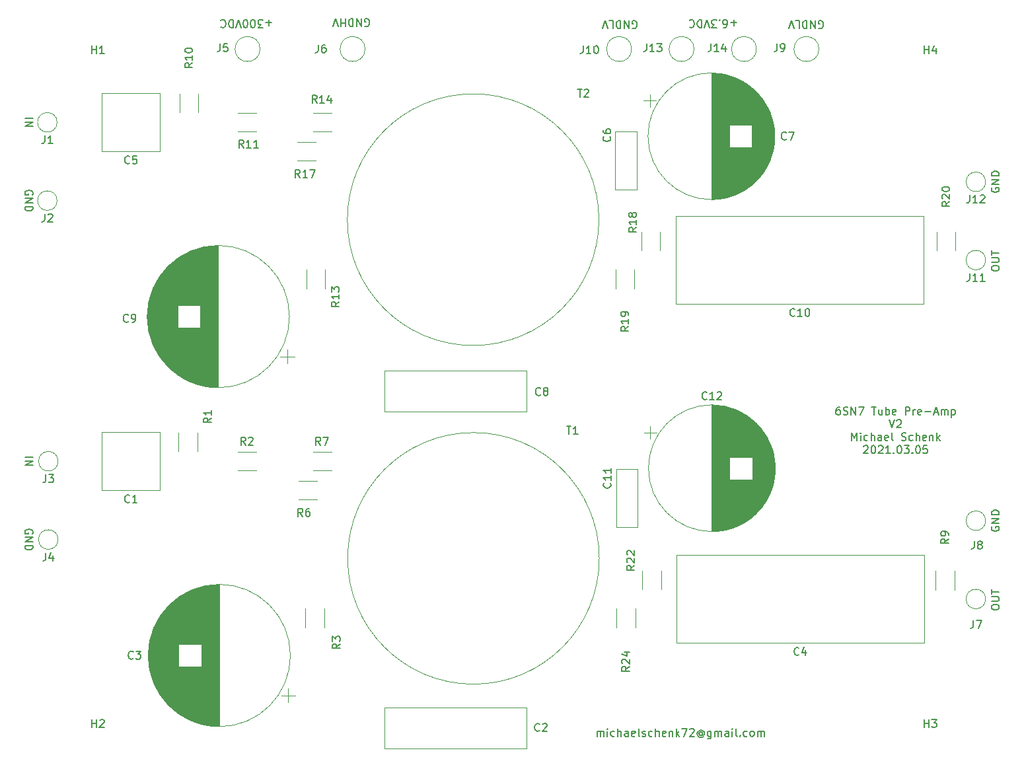
<source format=gbr>
G04 #@! TF.GenerationSoftware,KiCad,Pcbnew,(5.1.9-0-10_14)*
G04 #@! TF.CreationDate,2021-03-05T14:26:46+01:00*
G04 #@! TF.ProjectId,pre-amp-6SN7,7072652d-616d-4702-9d36-534e372e6b69,rev?*
G04 #@! TF.SameCoordinates,Original*
G04 #@! TF.FileFunction,Legend,Top*
G04 #@! TF.FilePolarity,Positive*
%FSLAX46Y46*%
G04 Gerber Fmt 4.6, Leading zero omitted, Abs format (unit mm)*
G04 Created by KiCad (PCBNEW (5.1.9-0-10_14)) date 2021-03-05 14:26:46*
%MOMM*%
%LPD*%
G01*
G04 APERTURE LIST*
%ADD10C,0.150000*%
%ADD11C,0.120000*%
G04 APERTURE END LIST*
D10*
X164044380Y-142605000D02*
X164044380Y-142414523D01*
X164092000Y-142319285D01*
X164187238Y-142224047D01*
X164377714Y-142176428D01*
X164711047Y-142176428D01*
X164901523Y-142224047D01*
X164996761Y-142319285D01*
X165044380Y-142414523D01*
X165044380Y-142605000D01*
X164996761Y-142700238D01*
X164901523Y-142795476D01*
X164711047Y-142843095D01*
X164377714Y-142843095D01*
X164187238Y-142795476D01*
X164092000Y-142700238D01*
X164044380Y-142605000D01*
X164044380Y-141747857D02*
X164853904Y-141747857D01*
X164949142Y-141700238D01*
X164996761Y-141652619D01*
X165044380Y-141557380D01*
X165044380Y-141366904D01*
X164996761Y-141271666D01*
X164949142Y-141224047D01*
X164853904Y-141176428D01*
X164044380Y-141176428D01*
X164044380Y-140843095D02*
X164044380Y-140271666D01*
X165044380Y-140557380D02*
X164044380Y-140557380D01*
X164092000Y-132206904D02*
X164044380Y-132302142D01*
X164044380Y-132445000D01*
X164092000Y-132587857D01*
X164187238Y-132683095D01*
X164282476Y-132730714D01*
X164472952Y-132778333D01*
X164615809Y-132778333D01*
X164806285Y-132730714D01*
X164901523Y-132683095D01*
X164996761Y-132587857D01*
X165044380Y-132445000D01*
X165044380Y-132349761D01*
X164996761Y-132206904D01*
X164949142Y-132159285D01*
X164615809Y-132159285D01*
X164615809Y-132349761D01*
X165044380Y-131730714D02*
X164044380Y-131730714D01*
X165044380Y-131159285D01*
X164044380Y-131159285D01*
X165044380Y-130683095D02*
X164044380Y-130683095D01*
X164044380Y-130445000D01*
X164092000Y-130302142D01*
X164187238Y-130206904D01*
X164282476Y-130159285D01*
X164472952Y-130111666D01*
X164615809Y-130111666D01*
X164806285Y-130159285D01*
X164901523Y-130206904D01*
X164996761Y-130302142D01*
X165044380Y-130445000D01*
X165044380Y-130683095D01*
X118054238Y-68318000D02*
X118149476Y-68365619D01*
X118292333Y-68365619D01*
X118435190Y-68318000D01*
X118530428Y-68222761D01*
X118578047Y-68127523D01*
X118625666Y-67937047D01*
X118625666Y-67794190D01*
X118578047Y-67603714D01*
X118530428Y-67508476D01*
X118435190Y-67413238D01*
X118292333Y-67365619D01*
X118197095Y-67365619D01*
X118054238Y-67413238D01*
X118006619Y-67460857D01*
X118006619Y-67794190D01*
X118197095Y-67794190D01*
X117578047Y-67365619D02*
X117578047Y-68365619D01*
X117006619Y-67365619D01*
X117006619Y-68365619D01*
X116530428Y-67365619D02*
X116530428Y-68365619D01*
X116292333Y-68365619D01*
X116149476Y-68318000D01*
X116054238Y-68222761D01*
X116006619Y-68127523D01*
X115959000Y-67937047D01*
X115959000Y-67794190D01*
X116006619Y-67603714D01*
X116054238Y-67508476D01*
X116149476Y-67413238D01*
X116292333Y-67365619D01*
X116530428Y-67365619D01*
X115054238Y-67365619D02*
X115530428Y-67365619D01*
X115530428Y-68365619D01*
X114863761Y-68365619D02*
X114530428Y-67365619D01*
X114197095Y-68365619D01*
X141930238Y-68318000D02*
X142025476Y-68365619D01*
X142168333Y-68365619D01*
X142311190Y-68318000D01*
X142406428Y-68222761D01*
X142454047Y-68127523D01*
X142501666Y-67937047D01*
X142501666Y-67794190D01*
X142454047Y-67603714D01*
X142406428Y-67508476D01*
X142311190Y-67413238D01*
X142168333Y-67365619D01*
X142073095Y-67365619D01*
X141930238Y-67413238D01*
X141882619Y-67460857D01*
X141882619Y-67794190D01*
X142073095Y-67794190D01*
X141454047Y-67365619D02*
X141454047Y-68365619D01*
X140882619Y-67365619D01*
X140882619Y-68365619D01*
X140406428Y-67365619D02*
X140406428Y-68365619D01*
X140168333Y-68365619D01*
X140025476Y-68318000D01*
X139930238Y-68222761D01*
X139882619Y-68127523D01*
X139835000Y-67937047D01*
X139835000Y-67794190D01*
X139882619Y-67603714D01*
X139930238Y-67508476D01*
X140025476Y-67413238D01*
X140168333Y-67365619D01*
X140406428Y-67365619D01*
X138930238Y-67365619D02*
X139406428Y-67365619D01*
X139406428Y-68365619D01*
X138739761Y-68365619D02*
X138406428Y-67365619D01*
X138073095Y-68365619D01*
X83756285Y-68064000D02*
X83851523Y-68111619D01*
X83994380Y-68111619D01*
X84137238Y-68064000D01*
X84232476Y-67968761D01*
X84280095Y-67873523D01*
X84327714Y-67683047D01*
X84327714Y-67540190D01*
X84280095Y-67349714D01*
X84232476Y-67254476D01*
X84137238Y-67159238D01*
X83994380Y-67111619D01*
X83899142Y-67111619D01*
X83756285Y-67159238D01*
X83708666Y-67206857D01*
X83708666Y-67540190D01*
X83899142Y-67540190D01*
X83280095Y-67111619D02*
X83280095Y-68111619D01*
X82708666Y-67111619D01*
X82708666Y-68111619D01*
X82232476Y-67111619D02*
X82232476Y-68111619D01*
X81994380Y-68111619D01*
X81851523Y-68064000D01*
X81756285Y-67968761D01*
X81708666Y-67873523D01*
X81661047Y-67683047D01*
X81661047Y-67540190D01*
X81708666Y-67349714D01*
X81756285Y-67254476D01*
X81851523Y-67159238D01*
X81994380Y-67111619D01*
X82232476Y-67111619D01*
X81232476Y-67111619D02*
X81232476Y-68111619D01*
X81232476Y-67635428D02*
X80661047Y-67635428D01*
X80661047Y-67111619D02*
X80661047Y-68111619D01*
X80327714Y-68111619D02*
X79994380Y-67111619D01*
X79661047Y-68111619D01*
X131397000Y-67619571D02*
X130635095Y-67619571D01*
X131016047Y-67238619D02*
X131016047Y-68000523D01*
X129730333Y-68238619D02*
X129920809Y-68238619D01*
X130016047Y-68191000D01*
X130063666Y-68143380D01*
X130158904Y-68000523D01*
X130206523Y-67810047D01*
X130206523Y-67429095D01*
X130158904Y-67333857D01*
X130111285Y-67286238D01*
X130016047Y-67238619D01*
X129825571Y-67238619D01*
X129730333Y-67286238D01*
X129682714Y-67333857D01*
X129635095Y-67429095D01*
X129635095Y-67667190D01*
X129682714Y-67762428D01*
X129730333Y-67810047D01*
X129825571Y-67857666D01*
X130016047Y-67857666D01*
X130111285Y-67810047D01*
X130158904Y-67762428D01*
X130206523Y-67667190D01*
X129206523Y-67333857D02*
X129158904Y-67286238D01*
X129206523Y-67238619D01*
X129254142Y-67286238D01*
X129206523Y-67333857D01*
X129206523Y-67238619D01*
X128825571Y-68238619D02*
X128206523Y-68238619D01*
X128539857Y-67857666D01*
X128397000Y-67857666D01*
X128301761Y-67810047D01*
X128254142Y-67762428D01*
X128206523Y-67667190D01*
X128206523Y-67429095D01*
X128254142Y-67333857D01*
X128301761Y-67286238D01*
X128397000Y-67238619D01*
X128682714Y-67238619D01*
X128777952Y-67286238D01*
X128825571Y-67333857D01*
X127920809Y-68238619D02*
X127587476Y-67238619D01*
X127254142Y-68238619D01*
X126920809Y-67238619D02*
X126920809Y-68238619D01*
X126682714Y-68238619D01*
X126539857Y-68191000D01*
X126444619Y-68095761D01*
X126397000Y-68000523D01*
X126349380Y-67810047D01*
X126349380Y-67667190D01*
X126397000Y-67476714D01*
X126444619Y-67381476D01*
X126539857Y-67286238D01*
X126682714Y-67238619D01*
X126920809Y-67238619D01*
X125349380Y-67333857D02*
X125397000Y-67286238D01*
X125539857Y-67238619D01*
X125635095Y-67238619D01*
X125777952Y-67286238D01*
X125873190Y-67381476D01*
X125920809Y-67476714D01*
X125968428Y-67667190D01*
X125968428Y-67810047D01*
X125920809Y-68000523D01*
X125873190Y-68095761D01*
X125777952Y-68191000D01*
X125635095Y-68238619D01*
X125539857Y-68238619D01*
X125397000Y-68191000D01*
X125349380Y-68143380D01*
X71818095Y-67619571D02*
X71056190Y-67619571D01*
X71437142Y-67238619D02*
X71437142Y-68000523D01*
X70675238Y-68238619D02*
X70056190Y-68238619D01*
X70389523Y-67857666D01*
X70246666Y-67857666D01*
X70151428Y-67810047D01*
X70103809Y-67762428D01*
X70056190Y-67667190D01*
X70056190Y-67429095D01*
X70103809Y-67333857D01*
X70151428Y-67286238D01*
X70246666Y-67238619D01*
X70532380Y-67238619D01*
X70627619Y-67286238D01*
X70675238Y-67333857D01*
X69437142Y-68238619D02*
X69341904Y-68238619D01*
X69246666Y-68191000D01*
X69199047Y-68143380D01*
X69151428Y-68048142D01*
X69103809Y-67857666D01*
X69103809Y-67619571D01*
X69151428Y-67429095D01*
X69199047Y-67333857D01*
X69246666Y-67286238D01*
X69341904Y-67238619D01*
X69437142Y-67238619D01*
X69532380Y-67286238D01*
X69580000Y-67333857D01*
X69627619Y-67429095D01*
X69675238Y-67619571D01*
X69675238Y-67857666D01*
X69627619Y-68048142D01*
X69580000Y-68143380D01*
X69532380Y-68191000D01*
X69437142Y-68238619D01*
X68484761Y-68238619D02*
X68389523Y-68238619D01*
X68294285Y-68191000D01*
X68246666Y-68143380D01*
X68199047Y-68048142D01*
X68151428Y-67857666D01*
X68151428Y-67619571D01*
X68199047Y-67429095D01*
X68246666Y-67333857D01*
X68294285Y-67286238D01*
X68389523Y-67238619D01*
X68484761Y-67238619D01*
X68580000Y-67286238D01*
X68627619Y-67333857D01*
X68675238Y-67429095D01*
X68722857Y-67619571D01*
X68722857Y-67857666D01*
X68675238Y-68048142D01*
X68627619Y-68143380D01*
X68580000Y-68191000D01*
X68484761Y-68238619D01*
X67865714Y-68238619D02*
X67532380Y-67238619D01*
X67199047Y-68238619D01*
X66865714Y-67238619D02*
X66865714Y-68238619D01*
X66627619Y-68238619D01*
X66484761Y-68191000D01*
X66389523Y-68095761D01*
X66341904Y-68000523D01*
X66294285Y-67810047D01*
X66294285Y-67667190D01*
X66341904Y-67476714D01*
X66389523Y-67381476D01*
X66484761Y-67286238D01*
X66627619Y-67238619D01*
X66865714Y-67238619D01*
X65294285Y-67333857D02*
X65341904Y-67286238D01*
X65484761Y-67238619D01*
X65580000Y-67238619D01*
X65722857Y-67286238D01*
X65818095Y-67381476D01*
X65865714Y-67476714D01*
X65913333Y-67667190D01*
X65913333Y-67810047D01*
X65865714Y-68000523D01*
X65818095Y-68095761D01*
X65722857Y-68191000D01*
X65580000Y-68238619D01*
X65484761Y-68238619D01*
X65341904Y-68191000D01*
X65294285Y-68143380D01*
X164044380Y-99171000D02*
X164044380Y-98980523D01*
X164092000Y-98885285D01*
X164187238Y-98790047D01*
X164377714Y-98742428D01*
X164711047Y-98742428D01*
X164901523Y-98790047D01*
X164996761Y-98885285D01*
X165044380Y-98980523D01*
X165044380Y-99171000D01*
X164996761Y-99266238D01*
X164901523Y-99361476D01*
X164711047Y-99409095D01*
X164377714Y-99409095D01*
X164187238Y-99361476D01*
X164092000Y-99266238D01*
X164044380Y-99171000D01*
X164044380Y-98313857D02*
X164853904Y-98313857D01*
X164949142Y-98266238D01*
X164996761Y-98218619D01*
X165044380Y-98123380D01*
X165044380Y-97932904D01*
X164996761Y-97837666D01*
X164949142Y-97790047D01*
X164853904Y-97742428D01*
X164044380Y-97742428D01*
X164044380Y-97409095D02*
X164044380Y-96837666D01*
X165044380Y-97123380D02*
X164044380Y-97123380D01*
X164092000Y-88772904D02*
X164044380Y-88868142D01*
X164044380Y-89011000D01*
X164092000Y-89153857D01*
X164187238Y-89249095D01*
X164282476Y-89296714D01*
X164472952Y-89344333D01*
X164615809Y-89344333D01*
X164806285Y-89296714D01*
X164901523Y-89249095D01*
X164996761Y-89153857D01*
X165044380Y-89011000D01*
X165044380Y-88915761D01*
X164996761Y-88772904D01*
X164949142Y-88725285D01*
X164615809Y-88725285D01*
X164615809Y-88915761D01*
X165044380Y-88296714D02*
X164044380Y-88296714D01*
X165044380Y-87725285D01*
X164044380Y-87725285D01*
X165044380Y-87249095D02*
X164044380Y-87249095D01*
X164044380Y-87011000D01*
X164092000Y-86868142D01*
X164187238Y-86772904D01*
X164282476Y-86725285D01*
X164472952Y-86677666D01*
X164615809Y-86677666D01*
X164806285Y-86725285D01*
X164901523Y-86772904D01*
X164996761Y-86868142D01*
X165044380Y-87011000D01*
X165044380Y-87249095D01*
X41140000Y-89662095D02*
X41187619Y-89566857D01*
X41187619Y-89424000D01*
X41140000Y-89281142D01*
X41044761Y-89185904D01*
X40949523Y-89138285D01*
X40759047Y-89090666D01*
X40616190Y-89090666D01*
X40425714Y-89138285D01*
X40330476Y-89185904D01*
X40235238Y-89281142D01*
X40187619Y-89424000D01*
X40187619Y-89519238D01*
X40235238Y-89662095D01*
X40282857Y-89709714D01*
X40616190Y-89709714D01*
X40616190Y-89519238D01*
X40187619Y-90138285D02*
X41187619Y-90138285D01*
X40187619Y-90709714D01*
X41187619Y-90709714D01*
X40187619Y-91185904D02*
X41187619Y-91185904D01*
X41187619Y-91424000D01*
X41140000Y-91566857D01*
X41044761Y-91662095D01*
X40949523Y-91709714D01*
X40759047Y-91757333D01*
X40616190Y-91757333D01*
X40425714Y-91709714D01*
X40330476Y-91662095D01*
X40235238Y-91566857D01*
X40187619Y-91424000D01*
X40187619Y-91185904D01*
X41140000Y-133096095D02*
X41187619Y-133000857D01*
X41187619Y-132858000D01*
X41140000Y-132715142D01*
X41044761Y-132619904D01*
X40949523Y-132572285D01*
X40759047Y-132524666D01*
X40616190Y-132524666D01*
X40425714Y-132572285D01*
X40330476Y-132619904D01*
X40235238Y-132715142D01*
X40187619Y-132858000D01*
X40187619Y-132953238D01*
X40235238Y-133096095D01*
X40282857Y-133143714D01*
X40616190Y-133143714D01*
X40616190Y-132953238D01*
X40187619Y-133572285D02*
X41187619Y-133572285D01*
X40187619Y-134143714D01*
X41187619Y-134143714D01*
X40187619Y-134619904D02*
X41187619Y-134619904D01*
X41187619Y-134858000D01*
X41140000Y-135000857D01*
X41044761Y-135096095D01*
X40949523Y-135143714D01*
X40759047Y-135191333D01*
X40616190Y-135191333D01*
X40425714Y-135143714D01*
X40330476Y-135096095D01*
X40235238Y-135000857D01*
X40187619Y-134858000D01*
X40187619Y-134619904D01*
X40187619Y-123301190D02*
X41187619Y-123301190D01*
X40187619Y-123777380D02*
X41187619Y-123777380D01*
X40187619Y-124348809D01*
X41187619Y-124348809D01*
X40187619Y-79867190D02*
X41187619Y-79867190D01*
X40187619Y-80343380D02*
X41187619Y-80343380D01*
X40187619Y-80914809D01*
X41187619Y-80914809D01*
X144598333Y-116865380D02*
X144407857Y-116865380D01*
X144312619Y-116913000D01*
X144265000Y-116960619D01*
X144169761Y-117103476D01*
X144122142Y-117293952D01*
X144122142Y-117674904D01*
X144169761Y-117770142D01*
X144217380Y-117817761D01*
X144312619Y-117865380D01*
X144503095Y-117865380D01*
X144598333Y-117817761D01*
X144645952Y-117770142D01*
X144693571Y-117674904D01*
X144693571Y-117436809D01*
X144645952Y-117341571D01*
X144598333Y-117293952D01*
X144503095Y-117246333D01*
X144312619Y-117246333D01*
X144217380Y-117293952D01*
X144169761Y-117341571D01*
X144122142Y-117436809D01*
X145074523Y-117817761D02*
X145217380Y-117865380D01*
X145455476Y-117865380D01*
X145550714Y-117817761D01*
X145598333Y-117770142D01*
X145645952Y-117674904D01*
X145645952Y-117579666D01*
X145598333Y-117484428D01*
X145550714Y-117436809D01*
X145455476Y-117389190D01*
X145265000Y-117341571D01*
X145169761Y-117293952D01*
X145122142Y-117246333D01*
X145074523Y-117151095D01*
X145074523Y-117055857D01*
X145122142Y-116960619D01*
X145169761Y-116913000D01*
X145265000Y-116865380D01*
X145503095Y-116865380D01*
X145645952Y-116913000D01*
X146074523Y-117865380D02*
X146074523Y-116865380D01*
X146645952Y-117865380D01*
X146645952Y-116865380D01*
X147026904Y-116865380D02*
X147693571Y-116865380D01*
X147265000Y-117865380D01*
X148693571Y-116865380D02*
X149265000Y-116865380D01*
X148979285Y-117865380D02*
X148979285Y-116865380D01*
X150026904Y-117198714D02*
X150026904Y-117865380D01*
X149598333Y-117198714D02*
X149598333Y-117722523D01*
X149645952Y-117817761D01*
X149741190Y-117865380D01*
X149884047Y-117865380D01*
X149979285Y-117817761D01*
X150026904Y-117770142D01*
X150503095Y-117865380D02*
X150503095Y-116865380D01*
X150503095Y-117246333D02*
X150598333Y-117198714D01*
X150788809Y-117198714D01*
X150884047Y-117246333D01*
X150931666Y-117293952D01*
X150979285Y-117389190D01*
X150979285Y-117674904D01*
X150931666Y-117770142D01*
X150884047Y-117817761D01*
X150788809Y-117865380D01*
X150598333Y-117865380D01*
X150503095Y-117817761D01*
X151788809Y-117817761D02*
X151693571Y-117865380D01*
X151503095Y-117865380D01*
X151407857Y-117817761D01*
X151360238Y-117722523D01*
X151360238Y-117341571D01*
X151407857Y-117246333D01*
X151503095Y-117198714D01*
X151693571Y-117198714D01*
X151788809Y-117246333D01*
X151836428Y-117341571D01*
X151836428Y-117436809D01*
X151360238Y-117532047D01*
X153026904Y-117865380D02*
X153026904Y-116865380D01*
X153407857Y-116865380D01*
X153503095Y-116913000D01*
X153550714Y-116960619D01*
X153598333Y-117055857D01*
X153598333Y-117198714D01*
X153550714Y-117293952D01*
X153503095Y-117341571D01*
X153407857Y-117389190D01*
X153026904Y-117389190D01*
X154026904Y-117865380D02*
X154026904Y-117198714D01*
X154026904Y-117389190D02*
X154074523Y-117293952D01*
X154122142Y-117246333D01*
X154217380Y-117198714D01*
X154312619Y-117198714D01*
X155026904Y-117817761D02*
X154931666Y-117865380D01*
X154741190Y-117865380D01*
X154645952Y-117817761D01*
X154598333Y-117722523D01*
X154598333Y-117341571D01*
X154645952Y-117246333D01*
X154741190Y-117198714D01*
X154931666Y-117198714D01*
X155026904Y-117246333D01*
X155074523Y-117341571D01*
X155074523Y-117436809D01*
X154598333Y-117532047D01*
X155503095Y-117484428D02*
X156265000Y-117484428D01*
X156693571Y-117579666D02*
X157169761Y-117579666D01*
X156598333Y-117865380D02*
X156931666Y-116865380D01*
X157265000Y-117865380D01*
X157598333Y-117865380D02*
X157598333Y-117198714D01*
X157598333Y-117293952D02*
X157645952Y-117246333D01*
X157741190Y-117198714D01*
X157884047Y-117198714D01*
X157979285Y-117246333D01*
X158026904Y-117341571D01*
X158026904Y-117865380D01*
X158026904Y-117341571D02*
X158074523Y-117246333D01*
X158169761Y-117198714D01*
X158312619Y-117198714D01*
X158407857Y-117246333D01*
X158455476Y-117341571D01*
X158455476Y-117865380D01*
X158931666Y-117198714D02*
X158931666Y-118198714D01*
X158931666Y-117246333D02*
X159026904Y-117198714D01*
X159217380Y-117198714D01*
X159312619Y-117246333D01*
X159360238Y-117293952D01*
X159407857Y-117389190D01*
X159407857Y-117674904D01*
X159360238Y-117770142D01*
X159312619Y-117817761D01*
X159217380Y-117865380D01*
X159026904Y-117865380D01*
X158931666Y-117817761D01*
X150955476Y-118515380D02*
X151288809Y-119515380D01*
X151622142Y-118515380D01*
X151907857Y-118610619D02*
X151955476Y-118563000D01*
X152050714Y-118515380D01*
X152288809Y-118515380D01*
X152384047Y-118563000D01*
X152431666Y-118610619D01*
X152479285Y-118705857D01*
X152479285Y-118801095D01*
X152431666Y-118943952D01*
X151860238Y-119515380D01*
X152479285Y-119515380D01*
X146145952Y-121165380D02*
X146145952Y-120165380D01*
X146479285Y-120879666D01*
X146812619Y-120165380D01*
X146812619Y-121165380D01*
X147288809Y-121165380D02*
X147288809Y-120498714D01*
X147288809Y-120165380D02*
X147241190Y-120213000D01*
X147288809Y-120260619D01*
X147336428Y-120213000D01*
X147288809Y-120165380D01*
X147288809Y-120260619D01*
X148193571Y-121117761D02*
X148098333Y-121165380D01*
X147907857Y-121165380D01*
X147812619Y-121117761D01*
X147765000Y-121070142D01*
X147717380Y-120974904D01*
X147717380Y-120689190D01*
X147765000Y-120593952D01*
X147812619Y-120546333D01*
X147907857Y-120498714D01*
X148098333Y-120498714D01*
X148193571Y-120546333D01*
X148622142Y-121165380D02*
X148622142Y-120165380D01*
X149050714Y-121165380D02*
X149050714Y-120641571D01*
X149003095Y-120546333D01*
X148907857Y-120498714D01*
X148765000Y-120498714D01*
X148669761Y-120546333D01*
X148622142Y-120593952D01*
X149955476Y-121165380D02*
X149955476Y-120641571D01*
X149907857Y-120546333D01*
X149812619Y-120498714D01*
X149622142Y-120498714D01*
X149526904Y-120546333D01*
X149955476Y-121117761D02*
X149860238Y-121165380D01*
X149622142Y-121165380D01*
X149526904Y-121117761D01*
X149479285Y-121022523D01*
X149479285Y-120927285D01*
X149526904Y-120832047D01*
X149622142Y-120784428D01*
X149860238Y-120784428D01*
X149955476Y-120736809D01*
X150812619Y-121117761D02*
X150717380Y-121165380D01*
X150526904Y-121165380D01*
X150431666Y-121117761D01*
X150384047Y-121022523D01*
X150384047Y-120641571D01*
X150431666Y-120546333D01*
X150526904Y-120498714D01*
X150717380Y-120498714D01*
X150812619Y-120546333D01*
X150860238Y-120641571D01*
X150860238Y-120736809D01*
X150384047Y-120832047D01*
X151431666Y-121165380D02*
X151336428Y-121117761D01*
X151288809Y-121022523D01*
X151288809Y-120165380D01*
X152526904Y-121117761D02*
X152669761Y-121165380D01*
X152907857Y-121165380D01*
X153003095Y-121117761D01*
X153050714Y-121070142D01*
X153098333Y-120974904D01*
X153098333Y-120879666D01*
X153050714Y-120784428D01*
X153003095Y-120736809D01*
X152907857Y-120689190D01*
X152717380Y-120641571D01*
X152622142Y-120593952D01*
X152574523Y-120546333D01*
X152526904Y-120451095D01*
X152526904Y-120355857D01*
X152574523Y-120260619D01*
X152622142Y-120213000D01*
X152717380Y-120165380D01*
X152955476Y-120165380D01*
X153098333Y-120213000D01*
X153955476Y-121117761D02*
X153860238Y-121165380D01*
X153669761Y-121165380D01*
X153574523Y-121117761D01*
X153526904Y-121070142D01*
X153479285Y-120974904D01*
X153479285Y-120689190D01*
X153526904Y-120593952D01*
X153574523Y-120546333D01*
X153669761Y-120498714D01*
X153860238Y-120498714D01*
X153955476Y-120546333D01*
X154384047Y-121165380D02*
X154384047Y-120165380D01*
X154812619Y-121165380D02*
X154812619Y-120641571D01*
X154765000Y-120546333D01*
X154669761Y-120498714D01*
X154526904Y-120498714D01*
X154431666Y-120546333D01*
X154384047Y-120593952D01*
X155669761Y-121117761D02*
X155574523Y-121165380D01*
X155384047Y-121165380D01*
X155288809Y-121117761D01*
X155241190Y-121022523D01*
X155241190Y-120641571D01*
X155288809Y-120546333D01*
X155384047Y-120498714D01*
X155574523Y-120498714D01*
X155669761Y-120546333D01*
X155717380Y-120641571D01*
X155717380Y-120736809D01*
X155241190Y-120832047D01*
X156145952Y-120498714D02*
X156145952Y-121165380D01*
X156145952Y-120593952D02*
X156193571Y-120546333D01*
X156288809Y-120498714D01*
X156431666Y-120498714D01*
X156526904Y-120546333D01*
X156574523Y-120641571D01*
X156574523Y-121165380D01*
X157050714Y-121165380D02*
X157050714Y-120165380D01*
X157145952Y-120784428D02*
X157431666Y-121165380D01*
X157431666Y-120498714D02*
X157050714Y-120879666D01*
X147669761Y-121910619D02*
X147717380Y-121863000D01*
X147812619Y-121815380D01*
X148050714Y-121815380D01*
X148145952Y-121863000D01*
X148193571Y-121910619D01*
X148241190Y-122005857D01*
X148241190Y-122101095D01*
X148193571Y-122243952D01*
X147622142Y-122815380D01*
X148241190Y-122815380D01*
X148860238Y-121815380D02*
X148955476Y-121815380D01*
X149050714Y-121863000D01*
X149098333Y-121910619D01*
X149145952Y-122005857D01*
X149193571Y-122196333D01*
X149193571Y-122434428D01*
X149145952Y-122624904D01*
X149098333Y-122720142D01*
X149050714Y-122767761D01*
X148955476Y-122815380D01*
X148860238Y-122815380D01*
X148765000Y-122767761D01*
X148717380Y-122720142D01*
X148669761Y-122624904D01*
X148622142Y-122434428D01*
X148622142Y-122196333D01*
X148669761Y-122005857D01*
X148717380Y-121910619D01*
X148765000Y-121863000D01*
X148860238Y-121815380D01*
X149574523Y-121910619D02*
X149622142Y-121863000D01*
X149717380Y-121815380D01*
X149955476Y-121815380D01*
X150050714Y-121863000D01*
X150098333Y-121910619D01*
X150145952Y-122005857D01*
X150145952Y-122101095D01*
X150098333Y-122243952D01*
X149526904Y-122815380D01*
X150145952Y-122815380D01*
X151098333Y-122815380D02*
X150526904Y-122815380D01*
X150812619Y-122815380D02*
X150812619Y-121815380D01*
X150717380Y-121958238D01*
X150622142Y-122053476D01*
X150526904Y-122101095D01*
X151526904Y-122720142D02*
X151574523Y-122767761D01*
X151526904Y-122815380D01*
X151479285Y-122767761D01*
X151526904Y-122720142D01*
X151526904Y-122815380D01*
X152193571Y-121815380D02*
X152288809Y-121815380D01*
X152384047Y-121863000D01*
X152431666Y-121910619D01*
X152479285Y-122005857D01*
X152526904Y-122196333D01*
X152526904Y-122434428D01*
X152479285Y-122624904D01*
X152431666Y-122720142D01*
X152384047Y-122767761D01*
X152288809Y-122815380D01*
X152193571Y-122815380D01*
X152098333Y-122767761D01*
X152050714Y-122720142D01*
X152003095Y-122624904D01*
X151955476Y-122434428D01*
X151955476Y-122196333D01*
X152003095Y-122005857D01*
X152050714Y-121910619D01*
X152098333Y-121863000D01*
X152193571Y-121815380D01*
X152860238Y-121815380D02*
X153479285Y-121815380D01*
X153145952Y-122196333D01*
X153288809Y-122196333D01*
X153384047Y-122243952D01*
X153431666Y-122291571D01*
X153479285Y-122386809D01*
X153479285Y-122624904D01*
X153431666Y-122720142D01*
X153384047Y-122767761D01*
X153288809Y-122815380D01*
X153003095Y-122815380D01*
X152907857Y-122767761D01*
X152860238Y-122720142D01*
X153907857Y-122720142D02*
X153955476Y-122767761D01*
X153907857Y-122815380D01*
X153860238Y-122767761D01*
X153907857Y-122720142D01*
X153907857Y-122815380D01*
X154574523Y-121815380D02*
X154669761Y-121815380D01*
X154765000Y-121863000D01*
X154812619Y-121910619D01*
X154860238Y-122005857D01*
X154907857Y-122196333D01*
X154907857Y-122434428D01*
X154860238Y-122624904D01*
X154812619Y-122720142D01*
X154765000Y-122767761D01*
X154669761Y-122815380D01*
X154574523Y-122815380D01*
X154479285Y-122767761D01*
X154431666Y-122720142D01*
X154384047Y-122624904D01*
X154336428Y-122434428D01*
X154336428Y-122196333D01*
X154384047Y-122005857D01*
X154431666Y-121910619D01*
X154479285Y-121863000D01*
X154574523Y-121815380D01*
X155812619Y-121815380D02*
X155336428Y-121815380D01*
X155288809Y-122291571D01*
X155336428Y-122243952D01*
X155431666Y-122196333D01*
X155669761Y-122196333D01*
X155765000Y-122243952D01*
X155812619Y-122291571D01*
X155860238Y-122386809D01*
X155860238Y-122624904D01*
X155812619Y-122720142D01*
X155765000Y-122767761D01*
X155669761Y-122815380D01*
X155431666Y-122815380D01*
X155336428Y-122767761D01*
X155288809Y-122720142D01*
X113491714Y-159075380D02*
X113491714Y-158408714D01*
X113491714Y-158503952D02*
X113539333Y-158456333D01*
X113634571Y-158408714D01*
X113777428Y-158408714D01*
X113872666Y-158456333D01*
X113920285Y-158551571D01*
X113920285Y-159075380D01*
X113920285Y-158551571D02*
X113967904Y-158456333D01*
X114063142Y-158408714D01*
X114206000Y-158408714D01*
X114301238Y-158456333D01*
X114348857Y-158551571D01*
X114348857Y-159075380D01*
X114825047Y-159075380D02*
X114825047Y-158408714D01*
X114825047Y-158075380D02*
X114777428Y-158123000D01*
X114825047Y-158170619D01*
X114872666Y-158123000D01*
X114825047Y-158075380D01*
X114825047Y-158170619D01*
X115729809Y-159027761D02*
X115634571Y-159075380D01*
X115444095Y-159075380D01*
X115348857Y-159027761D01*
X115301238Y-158980142D01*
X115253619Y-158884904D01*
X115253619Y-158599190D01*
X115301238Y-158503952D01*
X115348857Y-158456333D01*
X115444095Y-158408714D01*
X115634571Y-158408714D01*
X115729809Y-158456333D01*
X116158380Y-159075380D02*
X116158380Y-158075380D01*
X116586952Y-159075380D02*
X116586952Y-158551571D01*
X116539333Y-158456333D01*
X116444095Y-158408714D01*
X116301238Y-158408714D01*
X116206000Y-158456333D01*
X116158380Y-158503952D01*
X117491714Y-159075380D02*
X117491714Y-158551571D01*
X117444095Y-158456333D01*
X117348857Y-158408714D01*
X117158380Y-158408714D01*
X117063142Y-158456333D01*
X117491714Y-159027761D02*
X117396476Y-159075380D01*
X117158380Y-159075380D01*
X117063142Y-159027761D01*
X117015523Y-158932523D01*
X117015523Y-158837285D01*
X117063142Y-158742047D01*
X117158380Y-158694428D01*
X117396476Y-158694428D01*
X117491714Y-158646809D01*
X118348857Y-159027761D02*
X118253619Y-159075380D01*
X118063142Y-159075380D01*
X117967904Y-159027761D01*
X117920285Y-158932523D01*
X117920285Y-158551571D01*
X117967904Y-158456333D01*
X118063142Y-158408714D01*
X118253619Y-158408714D01*
X118348857Y-158456333D01*
X118396476Y-158551571D01*
X118396476Y-158646809D01*
X117920285Y-158742047D01*
X118967904Y-159075380D02*
X118872666Y-159027761D01*
X118825047Y-158932523D01*
X118825047Y-158075380D01*
X119301238Y-159027761D02*
X119396476Y-159075380D01*
X119586952Y-159075380D01*
X119682190Y-159027761D01*
X119729809Y-158932523D01*
X119729809Y-158884904D01*
X119682190Y-158789666D01*
X119586952Y-158742047D01*
X119444095Y-158742047D01*
X119348857Y-158694428D01*
X119301238Y-158599190D01*
X119301238Y-158551571D01*
X119348857Y-158456333D01*
X119444095Y-158408714D01*
X119586952Y-158408714D01*
X119682190Y-158456333D01*
X120586952Y-159027761D02*
X120491714Y-159075380D01*
X120301238Y-159075380D01*
X120206000Y-159027761D01*
X120158380Y-158980142D01*
X120110761Y-158884904D01*
X120110761Y-158599190D01*
X120158380Y-158503952D01*
X120206000Y-158456333D01*
X120301238Y-158408714D01*
X120491714Y-158408714D01*
X120586952Y-158456333D01*
X121015523Y-159075380D02*
X121015523Y-158075380D01*
X121444095Y-159075380D02*
X121444095Y-158551571D01*
X121396476Y-158456333D01*
X121301238Y-158408714D01*
X121158380Y-158408714D01*
X121063142Y-158456333D01*
X121015523Y-158503952D01*
X122301238Y-159027761D02*
X122206000Y-159075380D01*
X122015523Y-159075380D01*
X121920285Y-159027761D01*
X121872666Y-158932523D01*
X121872666Y-158551571D01*
X121920285Y-158456333D01*
X122015523Y-158408714D01*
X122206000Y-158408714D01*
X122301238Y-158456333D01*
X122348857Y-158551571D01*
X122348857Y-158646809D01*
X121872666Y-158742047D01*
X122777428Y-158408714D02*
X122777428Y-159075380D01*
X122777428Y-158503952D02*
X122825047Y-158456333D01*
X122920285Y-158408714D01*
X123063142Y-158408714D01*
X123158380Y-158456333D01*
X123206000Y-158551571D01*
X123206000Y-159075380D01*
X123682190Y-159075380D02*
X123682190Y-158075380D01*
X123777428Y-158694428D02*
X124063142Y-159075380D01*
X124063142Y-158408714D02*
X123682190Y-158789666D01*
X124396476Y-158075380D02*
X125063142Y-158075380D01*
X124634571Y-159075380D01*
X125396476Y-158170619D02*
X125444095Y-158123000D01*
X125539333Y-158075380D01*
X125777428Y-158075380D01*
X125872666Y-158123000D01*
X125920285Y-158170619D01*
X125967904Y-158265857D01*
X125967904Y-158361095D01*
X125920285Y-158503952D01*
X125348857Y-159075380D01*
X125967904Y-159075380D01*
X127015523Y-158599190D02*
X126967904Y-158551571D01*
X126872666Y-158503952D01*
X126777428Y-158503952D01*
X126682190Y-158551571D01*
X126634571Y-158599190D01*
X126586952Y-158694428D01*
X126586952Y-158789666D01*
X126634571Y-158884904D01*
X126682190Y-158932523D01*
X126777428Y-158980142D01*
X126872666Y-158980142D01*
X126967904Y-158932523D01*
X127015523Y-158884904D01*
X127015523Y-158503952D02*
X127015523Y-158884904D01*
X127063142Y-158932523D01*
X127110761Y-158932523D01*
X127206000Y-158884904D01*
X127253619Y-158789666D01*
X127253619Y-158551571D01*
X127158380Y-158408714D01*
X127015523Y-158313476D01*
X126825047Y-158265857D01*
X126634571Y-158313476D01*
X126491714Y-158408714D01*
X126396476Y-158551571D01*
X126348857Y-158742047D01*
X126396476Y-158932523D01*
X126491714Y-159075380D01*
X126634571Y-159170619D01*
X126825047Y-159218238D01*
X127015523Y-159170619D01*
X127158380Y-159075380D01*
X128110761Y-158408714D02*
X128110761Y-159218238D01*
X128063142Y-159313476D01*
X128015523Y-159361095D01*
X127920285Y-159408714D01*
X127777428Y-159408714D01*
X127682190Y-159361095D01*
X128110761Y-159027761D02*
X128015523Y-159075380D01*
X127825047Y-159075380D01*
X127729809Y-159027761D01*
X127682190Y-158980142D01*
X127634571Y-158884904D01*
X127634571Y-158599190D01*
X127682190Y-158503952D01*
X127729809Y-158456333D01*
X127825047Y-158408714D01*
X128015523Y-158408714D01*
X128110761Y-158456333D01*
X128586952Y-159075380D02*
X128586952Y-158408714D01*
X128586952Y-158503952D02*
X128634571Y-158456333D01*
X128729809Y-158408714D01*
X128872666Y-158408714D01*
X128967904Y-158456333D01*
X129015523Y-158551571D01*
X129015523Y-159075380D01*
X129015523Y-158551571D02*
X129063142Y-158456333D01*
X129158380Y-158408714D01*
X129301238Y-158408714D01*
X129396476Y-158456333D01*
X129444095Y-158551571D01*
X129444095Y-159075380D01*
X130348857Y-159075380D02*
X130348857Y-158551571D01*
X130301238Y-158456333D01*
X130206000Y-158408714D01*
X130015523Y-158408714D01*
X129920285Y-158456333D01*
X130348857Y-159027761D02*
X130253619Y-159075380D01*
X130015523Y-159075380D01*
X129920285Y-159027761D01*
X129872666Y-158932523D01*
X129872666Y-158837285D01*
X129920285Y-158742047D01*
X130015523Y-158694428D01*
X130253619Y-158694428D01*
X130348857Y-158646809D01*
X130825047Y-159075380D02*
X130825047Y-158408714D01*
X130825047Y-158075380D02*
X130777428Y-158123000D01*
X130825047Y-158170619D01*
X130872666Y-158123000D01*
X130825047Y-158075380D01*
X130825047Y-158170619D01*
X131444095Y-159075380D02*
X131348857Y-159027761D01*
X131301238Y-158932523D01*
X131301238Y-158075380D01*
X131825047Y-158980142D02*
X131872666Y-159027761D01*
X131825047Y-159075380D01*
X131777428Y-159027761D01*
X131825047Y-158980142D01*
X131825047Y-159075380D01*
X132729809Y-159027761D02*
X132634571Y-159075380D01*
X132444095Y-159075380D01*
X132348857Y-159027761D01*
X132301238Y-158980142D01*
X132253619Y-158884904D01*
X132253619Y-158599190D01*
X132301238Y-158503952D01*
X132348857Y-158456333D01*
X132444095Y-158408714D01*
X132634571Y-158408714D01*
X132729809Y-158456333D01*
X133301238Y-159075380D02*
X133206000Y-159027761D01*
X133158380Y-158980142D01*
X133110761Y-158884904D01*
X133110761Y-158599190D01*
X133158380Y-158503952D01*
X133206000Y-158456333D01*
X133301238Y-158408714D01*
X133444095Y-158408714D01*
X133539333Y-158456333D01*
X133586952Y-158503952D01*
X133634571Y-158599190D01*
X133634571Y-158884904D01*
X133586952Y-158980142D01*
X133539333Y-159027761D01*
X133444095Y-159075380D01*
X133301238Y-159075380D01*
X134063142Y-159075380D02*
X134063142Y-158408714D01*
X134063142Y-158503952D02*
X134110761Y-158456333D01*
X134206000Y-158408714D01*
X134348857Y-158408714D01*
X134444095Y-158456333D01*
X134491714Y-158551571D01*
X134491714Y-159075380D01*
X134491714Y-158551571D02*
X134539333Y-158456333D01*
X134634571Y-158408714D01*
X134777428Y-158408714D01*
X134872666Y-158456333D01*
X134920285Y-158551571D01*
X134920285Y-159075380D01*
D11*
X113742226Y-92863373D02*
G75*
G03*
X113742226Y-92863373I-16120000J0D01*
G01*
X133934781Y-70993000D02*
G75*
G03*
X133934781Y-70993000I-1600781J0D01*
G01*
X125933781Y-70993000D02*
G75*
G03*
X125933781Y-70993000I-1600781J0D01*
G01*
X155350000Y-103664000D02*
X123610000Y-103664000D01*
X155350000Y-92424000D02*
X123610000Y-92424000D01*
X155350000Y-103664000D02*
X155350000Y-92424000D01*
X123610000Y-103664000D02*
X123610000Y-92424000D01*
X104504000Y-117428000D02*
X86264000Y-117428000D01*
X104504000Y-112188000D02*
X86264000Y-112188000D01*
X104504000Y-117428000D02*
X104504000Y-112188000D01*
X86264000Y-117428000D02*
X86264000Y-112188000D01*
X155409000Y-147098000D02*
X123669000Y-147098000D01*
X155409000Y-135858000D02*
X123669000Y-135858000D01*
X155409000Y-147098000D02*
X155409000Y-135858000D01*
X123669000Y-147098000D02*
X123669000Y-135858000D01*
X104490000Y-160608000D02*
X86250000Y-160608000D01*
X104490000Y-155368000D02*
X86250000Y-155368000D01*
X104490000Y-160608000D02*
X104490000Y-155368000D01*
X86250000Y-160608000D02*
X86250000Y-155368000D01*
X113783000Y-136271000D02*
G75*
G03*
X113783000Y-136271000I-16120000J0D01*
G01*
X118421000Y-145128000D02*
X118421000Y-142728000D01*
X116021000Y-145128000D02*
X116021000Y-142728000D01*
X119323000Y-137828000D02*
X119323000Y-140228000D01*
X121723000Y-137828000D02*
X121723000Y-140228000D01*
X157042000Y-94394000D02*
X157042000Y-96794000D01*
X159442000Y-94394000D02*
X159442000Y-96794000D01*
X118294000Y-101694000D02*
X118294000Y-99294000D01*
X115894000Y-101694000D02*
X115894000Y-99294000D01*
X119196000Y-94394000D02*
X119196000Y-96794000D01*
X121596000Y-94394000D02*
X121596000Y-96794000D01*
X75090000Y-85274000D02*
X77490000Y-85274000D01*
X75090000Y-82874000D02*
X77490000Y-82874000D01*
X77122000Y-81591000D02*
X79522000Y-81591000D01*
X77122000Y-79191000D02*
X79522000Y-79191000D01*
X78670000Y-101694000D02*
X78670000Y-99294000D01*
X76270000Y-101694000D02*
X76270000Y-99294000D01*
X67470000Y-81591000D02*
X69870000Y-81591000D01*
X67470000Y-79191000D02*
X69870000Y-79191000D01*
X60014000Y-76741000D02*
X60014000Y-79141000D01*
X62414000Y-76741000D02*
X62414000Y-79141000D01*
X77122000Y-125025000D02*
X79522000Y-125025000D01*
X77122000Y-122625000D02*
X79522000Y-122625000D01*
X78543000Y-145128000D02*
X78543000Y-142728000D01*
X76143000Y-145128000D02*
X76143000Y-142728000D01*
X163303000Y-88011000D02*
G75*
G03*
X163303000Y-88011000I-1251000J0D01*
G01*
X163303000Y-98044000D02*
G75*
G03*
X163303000Y-98044000I-1251000J0D01*
G01*
X44304000Y-90424000D02*
G75*
G03*
X44304000Y-90424000I-1251000J0D01*
G01*
X44304000Y-80391000D02*
G75*
G03*
X44304000Y-80391000I-1251000J0D01*
G01*
X74077000Y-105283000D02*
G75*
G03*
X74077000Y-105283000I-9120000J0D01*
G01*
X64957000Y-114364000D02*
X64957000Y-96202000D01*
X64917000Y-114363000D02*
X64917000Y-96203000D01*
X64877000Y-114363000D02*
X64877000Y-96203000D01*
X64837000Y-114363000D02*
X64837000Y-96203000D01*
X64797000Y-114362000D02*
X64797000Y-96204000D01*
X64757000Y-114361000D02*
X64757000Y-96205000D01*
X64717000Y-114360000D02*
X64717000Y-96206000D01*
X64677000Y-114359000D02*
X64677000Y-96207000D01*
X64637000Y-114358000D02*
X64637000Y-96208000D01*
X64597000Y-114356000D02*
X64597000Y-96210000D01*
X64557000Y-114355000D02*
X64557000Y-96211000D01*
X64517000Y-114353000D02*
X64517000Y-96213000D01*
X64477000Y-114351000D02*
X64477000Y-96215000D01*
X64437000Y-114349000D02*
X64437000Y-96217000D01*
X64397000Y-114346000D02*
X64397000Y-96220000D01*
X64357000Y-114344000D02*
X64357000Y-96222000D01*
X64317000Y-114341000D02*
X64317000Y-96225000D01*
X64277000Y-114338000D02*
X64277000Y-96228000D01*
X64236000Y-114335000D02*
X64236000Y-96231000D01*
X64196000Y-114332000D02*
X64196000Y-96234000D01*
X64156000Y-114328000D02*
X64156000Y-96238000D01*
X64116000Y-114325000D02*
X64116000Y-96241000D01*
X64076000Y-114321000D02*
X64076000Y-96245000D01*
X64036000Y-114317000D02*
X64036000Y-96249000D01*
X63996000Y-114313000D02*
X63996000Y-96253000D01*
X63956000Y-114309000D02*
X63956000Y-96257000D01*
X63916000Y-114304000D02*
X63916000Y-96262000D01*
X63876000Y-114299000D02*
X63876000Y-96267000D01*
X63836000Y-114294000D02*
X63836000Y-96272000D01*
X63796000Y-114289000D02*
X63796000Y-96277000D01*
X63756000Y-114284000D02*
X63756000Y-96282000D01*
X63716000Y-114279000D02*
X63716000Y-96287000D01*
X63676000Y-114273000D02*
X63676000Y-96293000D01*
X63636000Y-114267000D02*
X63636000Y-96299000D01*
X63596000Y-114262000D02*
X63596000Y-96304000D01*
X63556000Y-114255000D02*
X63556000Y-96311000D01*
X63516000Y-114249000D02*
X63516000Y-96317000D01*
X63476000Y-114243000D02*
X63476000Y-96323000D01*
X63436000Y-114236000D02*
X63436000Y-96330000D01*
X63396000Y-114229000D02*
X63396000Y-96337000D01*
X63356000Y-114222000D02*
X63356000Y-96344000D01*
X63316000Y-114215000D02*
X63316000Y-96351000D01*
X63276000Y-114207000D02*
X63276000Y-96359000D01*
X63236000Y-114200000D02*
X63236000Y-96366000D01*
X63196000Y-114192000D02*
X63196000Y-96374000D01*
X63156000Y-114184000D02*
X63156000Y-96382000D01*
X63116000Y-114176000D02*
X63116000Y-96390000D01*
X63076000Y-114168000D02*
X63076000Y-96398000D01*
X63036000Y-114159000D02*
X63036000Y-96407000D01*
X62996000Y-114150000D02*
X62996000Y-96416000D01*
X62956000Y-114141000D02*
X62956000Y-96425000D01*
X62916000Y-114132000D02*
X62916000Y-96434000D01*
X62876000Y-114123000D02*
X62876000Y-96443000D01*
X62836000Y-114114000D02*
X62836000Y-96452000D01*
X62796000Y-114104000D02*
X62796000Y-96462000D01*
X62756000Y-114094000D02*
X62756000Y-96472000D01*
X62716000Y-114084000D02*
X62716000Y-96482000D01*
X62676000Y-114074000D02*
X62676000Y-96492000D01*
X62636000Y-114063000D02*
X62636000Y-106723000D01*
X62636000Y-103843000D02*
X62636000Y-96503000D01*
X62596000Y-114053000D02*
X62596000Y-106723000D01*
X62596000Y-103843000D02*
X62596000Y-96513000D01*
X62556000Y-114042000D02*
X62556000Y-106723000D01*
X62556000Y-103843000D02*
X62556000Y-96524000D01*
X62516000Y-114031000D02*
X62516000Y-106723000D01*
X62516000Y-103843000D02*
X62516000Y-96535000D01*
X62476000Y-114020000D02*
X62476000Y-106723000D01*
X62476000Y-103843000D02*
X62476000Y-96546000D01*
X62436000Y-114008000D02*
X62436000Y-106723000D01*
X62436000Y-103843000D02*
X62436000Y-96558000D01*
X62396000Y-113997000D02*
X62396000Y-106723000D01*
X62396000Y-103843000D02*
X62396000Y-96569000D01*
X62356000Y-113985000D02*
X62356000Y-106723000D01*
X62356000Y-103843000D02*
X62356000Y-96581000D01*
X62316000Y-113973000D02*
X62316000Y-106723000D01*
X62316000Y-103843000D02*
X62316000Y-96593000D01*
X62276000Y-113961000D02*
X62276000Y-106723000D01*
X62276000Y-103843000D02*
X62276000Y-96605000D01*
X62236000Y-113948000D02*
X62236000Y-106723000D01*
X62236000Y-103843000D02*
X62236000Y-96618000D01*
X62196000Y-113936000D02*
X62196000Y-106723000D01*
X62196000Y-103843000D02*
X62196000Y-96630000D01*
X62156000Y-113923000D02*
X62156000Y-106723000D01*
X62156000Y-103843000D02*
X62156000Y-96643000D01*
X62116000Y-113910000D02*
X62116000Y-106723000D01*
X62116000Y-103843000D02*
X62116000Y-96656000D01*
X62076000Y-113897000D02*
X62076000Y-106723000D01*
X62076000Y-103843000D02*
X62076000Y-96669000D01*
X62036000Y-113883000D02*
X62036000Y-106723000D01*
X62036000Y-103843000D02*
X62036000Y-96683000D01*
X61996000Y-113870000D02*
X61996000Y-106723000D01*
X61996000Y-103843000D02*
X61996000Y-96696000D01*
X61956000Y-113856000D02*
X61956000Y-106723000D01*
X61956000Y-103843000D02*
X61956000Y-96710000D01*
X61916000Y-113842000D02*
X61916000Y-106723000D01*
X61916000Y-103843000D02*
X61916000Y-96724000D01*
X61876000Y-113828000D02*
X61876000Y-106723000D01*
X61876000Y-103843000D02*
X61876000Y-96738000D01*
X61836000Y-113813000D02*
X61836000Y-106723000D01*
X61836000Y-103843000D02*
X61836000Y-96753000D01*
X61796000Y-113799000D02*
X61796000Y-106723000D01*
X61796000Y-103843000D02*
X61796000Y-96767000D01*
X61756000Y-113784000D02*
X61756000Y-106723000D01*
X61756000Y-103843000D02*
X61756000Y-96782000D01*
X61716000Y-113769000D02*
X61716000Y-106723000D01*
X61716000Y-103843000D02*
X61716000Y-96797000D01*
X61676000Y-113753000D02*
X61676000Y-106723000D01*
X61676000Y-103843000D02*
X61676000Y-96813000D01*
X61636000Y-113738000D02*
X61636000Y-106723000D01*
X61636000Y-103843000D02*
X61636000Y-96828000D01*
X61596000Y-113722000D02*
X61596000Y-106723000D01*
X61596000Y-103843000D02*
X61596000Y-96844000D01*
X61556000Y-113706000D02*
X61556000Y-106723000D01*
X61556000Y-103843000D02*
X61556000Y-96860000D01*
X61516000Y-113690000D02*
X61516000Y-106723000D01*
X61516000Y-103843000D02*
X61516000Y-96876000D01*
X61476000Y-113673000D02*
X61476000Y-106723000D01*
X61476000Y-103843000D02*
X61476000Y-96893000D01*
X61436000Y-113657000D02*
X61436000Y-106723000D01*
X61436000Y-103843000D02*
X61436000Y-96909000D01*
X61396000Y-113640000D02*
X61396000Y-106723000D01*
X61396000Y-103843000D02*
X61396000Y-96926000D01*
X61356000Y-113623000D02*
X61356000Y-106723000D01*
X61356000Y-103843000D02*
X61356000Y-96943000D01*
X61316000Y-113606000D02*
X61316000Y-106723000D01*
X61316000Y-103843000D02*
X61316000Y-96960000D01*
X61276000Y-113588000D02*
X61276000Y-106723000D01*
X61276000Y-103843000D02*
X61276000Y-96978000D01*
X61236000Y-113570000D02*
X61236000Y-106723000D01*
X61236000Y-103843000D02*
X61236000Y-96996000D01*
X61196000Y-113552000D02*
X61196000Y-106723000D01*
X61196000Y-103843000D02*
X61196000Y-97014000D01*
X61156000Y-113534000D02*
X61156000Y-106723000D01*
X61156000Y-103843000D02*
X61156000Y-97032000D01*
X61116000Y-113516000D02*
X61116000Y-106723000D01*
X61116000Y-103843000D02*
X61116000Y-97050000D01*
X61076000Y-113497000D02*
X61076000Y-106723000D01*
X61076000Y-103843000D02*
X61076000Y-97069000D01*
X61036000Y-113478000D02*
X61036000Y-106723000D01*
X61036000Y-103843000D02*
X61036000Y-97088000D01*
X60996000Y-113459000D02*
X60996000Y-106723000D01*
X60996000Y-103843000D02*
X60996000Y-97107000D01*
X60956000Y-113439000D02*
X60956000Y-106723000D01*
X60956000Y-103843000D02*
X60956000Y-97127000D01*
X60916000Y-113420000D02*
X60916000Y-106723000D01*
X60916000Y-103843000D02*
X60916000Y-97146000D01*
X60876000Y-113400000D02*
X60876000Y-106723000D01*
X60876000Y-103843000D02*
X60876000Y-97166000D01*
X60836000Y-113380000D02*
X60836000Y-106723000D01*
X60836000Y-103843000D02*
X60836000Y-97186000D01*
X60796000Y-113359000D02*
X60796000Y-106723000D01*
X60796000Y-103843000D02*
X60796000Y-97207000D01*
X60756000Y-113339000D02*
X60756000Y-106723000D01*
X60756000Y-103843000D02*
X60756000Y-97227000D01*
X60716000Y-113318000D02*
X60716000Y-106723000D01*
X60716000Y-103843000D02*
X60716000Y-97248000D01*
X60676000Y-113297000D02*
X60676000Y-106723000D01*
X60676000Y-103843000D02*
X60676000Y-97269000D01*
X60636000Y-113275000D02*
X60636000Y-106723000D01*
X60636000Y-103843000D02*
X60636000Y-97291000D01*
X60596000Y-113254000D02*
X60596000Y-106723000D01*
X60596000Y-103843000D02*
X60596000Y-97312000D01*
X60556000Y-113232000D02*
X60556000Y-106723000D01*
X60556000Y-103843000D02*
X60556000Y-97334000D01*
X60516000Y-113210000D02*
X60516000Y-106723000D01*
X60516000Y-103843000D02*
X60516000Y-97356000D01*
X60476000Y-113187000D02*
X60476000Y-106723000D01*
X60476000Y-103843000D02*
X60476000Y-97379000D01*
X60436000Y-113165000D02*
X60436000Y-106723000D01*
X60436000Y-103843000D02*
X60436000Y-97401000D01*
X60396000Y-113142000D02*
X60396000Y-106723000D01*
X60396000Y-103843000D02*
X60396000Y-97424000D01*
X60356000Y-113118000D02*
X60356000Y-106723000D01*
X60356000Y-103843000D02*
X60356000Y-97448000D01*
X60316000Y-113095000D02*
X60316000Y-106723000D01*
X60316000Y-103843000D02*
X60316000Y-97471000D01*
X60276000Y-113071000D02*
X60276000Y-106723000D01*
X60276000Y-103843000D02*
X60276000Y-97495000D01*
X60236000Y-113047000D02*
X60236000Y-106723000D01*
X60236000Y-103843000D02*
X60236000Y-97519000D01*
X60196000Y-113023000D02*
X60196000Y-106723000D01*
X60196000Y-103843000D02*
X60196000Y-97543000D01*
X60156000Y-112998000D02*
X60156000Y-106723000D01*
X60156000Y-103843000D02*
X60156000Y-97568000D01*
X60116000Y-112973000D02*
X60116000Y-106723000D01*
X60116000Y-103843000D02*
X60116000Y-97593000D01*
X60076000Y-112948000D02*
X60076000Y-106723000D01*
X60076000Y-103843000D02*
X60076000Y-97618000D01*
X60036000Y-112923000D02*
X60036000Y-106723000D01*
X60036000Y-103843000D02*
X60036000Y-97643000D01*
X59996000Y-112897000D02*
X59996000Y-106723000D01*
X59996000Y-103843000D02*
X59996000Y-97669000D01*
X59956000Y-112871000D02*
X59956000Y-106723000D01*
X59956000Y-103843000D02*
X59956000Y-97695000D01*
X59916000Y-112844000D02*
X59916000Y-106723000D01*
X59916000Y-103843000D02*
X59916000Y-97722000D01*
X59876000Y-112818000D02*
X59876000Y-106723000D01*
X59876000Y-103843000D02*
X59876000Y-97748000D01*
X59836000Y-112791000D02*
X59836000Y-106723000D01*
X59836000Y-103843000D02*
X59836000Y-97775000D01*
X59796000Y-112763000D02*
X59796000Y-106723000D01*
X59796000Y-103843000D02*
X59796000Y-97803000D01*
X59756000Y-112736000D02*
X59756000Y-97830000D01*
X59716000Y-112708000D02*
X59716000Y-97858000D01*
X59676000Y-112680000D02*
X59676000Y-97886000D01*
X59636000Y-112651000D02*
X59636000Y-97915000D01*
X59596000Y-112622000D02*
X59596000Y-97944000D01*
X59556000Y-112593000D02*
X59556000Y-97973000D01*
X59516000Y-112563000D02*
X59516000Y-98003000D01*
X59476000Y-112533000D02*
X59476000Y-98033000D01*
X59436000Y-112503000D02*
X59436000Y-98063000D01*
X59396000Y-112473000D02*
X59396000Y-98093000D01*
X59356000Y-112442000D02*
X59356000Y-98124000D01*
X59316000Y-112410000D02*
X59316000Y-98156000D01*
X59276000Y-112379000D02*
X59276000Y-98187000D01*
X59236000Y-112347000D02*
X59236000Y-98219000D01*
X59196000Y-112314000D02*
X59196000Y-98252000D01*
X59156000Y-112282000D02*
X59156000Y-98284000D01*
X59116000Y-112248000D02*
X59116000Y-98318000D01*
X59076000Y-112215000D02*
X59076000Y-98351000D01*
X59036000Y-112181000D02*
X59036000Y-98385000D01*
X58996000Y-112147000D02*
X58996000Y-98419000D01*
X58956000Y-112112000D02*
X58956000Y-98454000D01*
X58916000Y-112077000D02*
X58916000Y-98489000D01*
X58876000Y-112041000D02*
X58876000Y-98525000D01*
X58836000Y-112005000D02*
X58836000Y-98561000D01*
X58796000Y-111969000D02*
X58796000Y-98597000D01*
X58756000Y-111932000D02*
X58756000Y-98634000D01*
X58716000Y-111895000D02*
X58716000Y-98671000D01*
X58676000Y-111857000D02*
X58676000Y-98709000D01*
X58636000Y-111819000D02*
X58636000Y-98747000D01*
X58596000Y-111780000D02*
X58596000Y-98786000D01*
X58556000Y-111741000D02*
X58556000Y-98825000D01*
X58516000Y-111701000D02*
X58516000Y-98865000D01*
X58476000Y-111661000D02*
X58476000Y-98905000D01*
X58436000Y-111620000D02*
X58436000Y-98946000D01*
X58396000Y-111579000D02*
X58396000Y-98987000D01*
X58356000Y-111537000D02*
X58356000Y-99029000D01*
X58316000Y-111495000D02*
X58316000Y-99071000D01*
X58276000Y-111453000D02*
X58276000Y-99113000D01*
X58236000Y-111409000D02*
X58236000Y-99157000D01*
X58196000Y-111365000D02*
X58196000Y-99201000D01*
X58156000Y-111321000D02*
X58156000Y-99245000D01*
X58116000Y-111276000D02*
X58116000Y-99290000D01*
X58076000Y-111230000D02*
X58076000Y-99336000D01*
X58036000Y-111184000D02*
X58036000Y-99382000D01*
X57996000Y-111137000D02*
X57996000Y-99429000D01*
X57956000Y-111089000D02*
X57956000Y-99477000D01*
X57916000Y-111041000D02*
X57916000Y-99525000D01*
X57876000Y-110992000D02*
X57876000Y-99574000D01*
X57836000Y-110943000D02*
X57836000Y-99623000D01*
X57796000Y-110892000D02*
X57796000Y-99674000D01*
X57756000Y-110841000D02*
X57756000Y-99725000D01*
X57716000Y-110789000D02*
X57716000Y-99777000D01*
X57676000Y-110737000D02*
X57676000Y-99829000D01*
X57636000Y-110683000D02*
X57636000Y-99883000D01*
X57596000Y-110629000D02*
X57596000Y-99937000D01*
X57556000Y-110574000D02*
X57556000Y-99992000D01*
X57516000Y-110518000D02*
X57516000Y-100048000D01*
X57476000Y-110461000D02*
X57476000Y-100105000D01*
X57436000Y-110403000D02*
X57436000Y-100163000D01*
X57396000Y-110345000D02*
X57396000Y-100221000D01*
X57356000Y-110285000D02*
X57356000Y-100281000D01*
X57316000Y-110224000D02*
X57316000Y-100342000D01*
X57276000Y-110162000D02*
X57276000Y-100404000D01*
X57236000Y-110099000D02*
X57236000Y-100467000D01*
X57196000Y-110035000D02*
X57196000Y-100531000D01*
X57156000Y-109969000D02*
X57156000Y-100597000D01*
X57116000Y-109903000D02*
X57116000Y-100663000D01*
X57076000Y-109835000D02*
X57076000Y-100731000D01*
X57036000Y-109765000D02*
X57036000Y-100801000D01*
X56996000Y-109695000D02*
X56996000Y-100871000D01*
X56956000Y-109622000D02*
X56956000Y-100944000D01*
X56916000Y-109548000D02*
X56916000Y-101018000D01*
X56876000Y-109473000D02*
X56876000Y-101093000D01*
X56836000Y-109396000D02*
X56836000Y-101170000D01*
X56796000Y-109316000D02*
X56796000Y-101250000D01*
X56757000Y-109235000D02*
X56757000Y-101331000D01*
X56717000Y-109152000D02*
X56717000Y-101414000D01*
X56677000Y-109067000D02*
X56677000Y-101499000D01*
X56637000Y-108979000D02*
X56637000Y-101587000D01*
X56597000Y-108888000D02*
X56597000Y-101678000D01*
X56557000Y-108795000D02*
X56557000Y-101771000D01*
X56517000Y-108699000D02*
X56517000Y-101867000D01*
X56477000Y-108600000D02*
X56477000Y-101966000D01*
X56437000Y-108497000D02*
X56437000Y-102069000D01*
X56397000Y-108390000D02*
X56397000Y-102176000D01*
X56357000Y-108279000D02*
X56357000Y-102287000D01*
X56317000Y-108163000D02*
X56317000Y-102403000D01*
X56277000Y-108042000D02*
X56277000Y-102524000D01*
X56237000Y-107915000D02*
X56237000Y-102651000D01*
X56197000Y-107781000D02*
X56197000Y-102785000D01*
X56157000Y-107638000D02*
X56157000Y-102928000D01*
X56117000Y-107486000D02*
X56117000Y-103080000D01*
X56077000Y-107322000D02*
X56077000Y-103244000D01*
X56037000Y-107143000D02*
X56037000Y-103423000D01*
X55997000Y-106944000D02*
X55997000Y-103622000D01*
X55957000Y-106718000D02*
X55957000Y-103848000D01*
X55917000Y-106449000D02*
X55917000Y-104117000D01*
X55877000Y-106097000D02*
X55877000Y-104469000D01*
X55837000Y-105323000D02*
X55837000Y-105243000D01*
X74716440Y-110398000D02*
X72916440Y-110398000D01*
X73816440Y-111298000D02*
X73816440Y-109498000D01*
X136266500Y-82169000D02*
G75*
G03*
X136266500Y-82169000I-8120000J0D01*
G01*
X128146500Y-74088000D02*
X128146500Y-90250000D01*
X128186500Y-74089000D02*
X128186500Y-90249000D01*
X128226500Y-74089000D02*
X128226500Y-90249000D01*
X128266500Y-74089000D02*
X128266500Y-90249000D01*
X128306500Y-74090000D02*
X128306500Y-90248000D01*
X128346500Y-74091000D02*
X128346500Y-90247000D01*
X128386500Y-74092000D02*
X128386500Y-90246000D01*
X128426500Y-74093000D02*
X128426500Y-90245000D01*
X128466500Y-74095000D02*
X128466500Y-90243000D01*
X128506500Y-74096000D02*
X128506500Y-90242000D01*
X128546500Y-74098000D02*
X128546500Y-90240000D01*
X128586500Y-74100000D02*
X128586500Y-90238000D01*
X128626500Y-74103000D02*
X128626500Y-90235000D01*
X128666500Y-74105000D02*
X128666500Y-90233000D01*
X128706500Y-74108000D02*
X128706500Y-90230000D01*
X128746500Y-74111000D02*
X128746500Y-90227000D01*
X128786500Y-74114000D02*
X128786500Y-90224000D01*
X128826500Y-74117000D02*
X128826500Y-90221000D01*
X128867500Y-74120000D02*
X128867500Y-90218000D01*
X128907500Y-74124000D02*
X128907500Y-90214000D01*
X128947500Y-74128000D02*
X128947500Y-90210000D01*
X128987500Y-74132000D02*
X128987500Y-90206000D01*
X129027500Y-74136000D02*
X129027500Y-90202000D01*
X129067500Y-74141000D02*
X129067500Y-90197000D01*
X129107500Y-74145000D02*
X129107500Y-90193000D01*
X129147500Y-74150000D02*
X129147500Y-90188000D01*
X129187500Y-74155000D02*
X129187500Y-90183000D01*
X129227500Y-74161000D02*
X129227500Y-90177000D01*
X129267500Y-74166000D02*
X129267500Y-90172000D01*
X129307500Y-74172000D02*
X129307500Y-90166000D01*
X129347500Y-74178000D02*
X129347500Y-90160000D01*
X129387500Y-74184000D02*
X129387500Y-90154000D01*
X129427500Y-74190000D02*
X129427500Y-90148000D01*
X129467500Y-74197000D02*
X129467500Y-90141000D01*
X129507500Y-74203000D02*
X129507500Y-90135000D01*
X129547500Y-74210000D02*
X129547500Y-90128000D01*
X129587500Y-74217000D02*
X129587500Y-90121000D01*
X129627500Y-74225000D02*
X129627500Y-90113000D01*
X129667500Y-74232000D02*
X129667500Y-90106000D01*
X129707500Y-74240000D02*
X129707500Y-90098000D01*
X129747500Y-74248000D02*
X129747500Y-90090000D01*
X129787500Y-74256000D02*
X129787500Y-90082000D01*
X129827500Y-74264000D02*
X129827500Y-90074000D01*
X129867500Y-74273000D02*
X129867500Y-90065000D01*
X129907500Y-74282000D02*
X129907500Y-90056000D01*
X129947500Y-74291000D02*
X129947500Y-90047000D01*
X129987500Y-74300000D02*
X129987500Y-90038000D01*
X130027500Y-74309000D02*
X130027500Y-90029000D01*
X130067500Y-74319000D02*
X130067500Y-90019000D01*
X130107500Y-74329000D02*
X130107500Y-90009000D01*
X130147500Y-74339000D02*
X130147500Y-89999000D01*
X130187500Y-74349000D02*
X130187500Y-89989000D01*
X130227500Y-74359000D02*
X130227500Y-89979000D01*
X130267500Y-74370000D02*
X130267500Y-89968000D01*
X130307500Y-74381000D02*
X130307500Y-89957000D01*
X130347500Y-74392000D02*
X130347500Y-89946000D01*
X130387500Y-74404000D02*
X130387500Y-89934000D01*
X130427500Y-74415000D02*
X130427500Y-89923000D01*
X130467500Y-74427000D02*
X130467500Y-80729000D01*
X130467500Y-83609000D02*
X130467500Y-89911000D01*
X130507500Y-74439000D02*
X130507500Y-80729000D01*
X130507500Y-83609000D02*
X130507500Y-89899000D01*
X130547500Y-74451000D02*
X130547500Y-80729000D01*
X130547500Y-83609000D02*
X130547500Y-89887000D01*
X130587500Y-74464000D02*
X130587500Y-80729000D01*
X130587500Y-83609000D02*
X130587500Y-89874000D01*
X130627500Y-74476000D02*
X130627500Y-80729000D01*
X130627500Y-83609000D02*
X130627500Y-89862000D01*
X130667500Y-74489000D02*
X130667500Y-80729000D01*
X130667500Y-83609000D02*
X130667500Y-89849000D01*
X130707500Y-74503000D02*
X130707500Y-80729000D01*
X130707500Y-83609000D02*
X130707500Y-89835000D01*
X130747500Y-74516000D02*
X130747500Y-80729000D01*
X130747500Y-83609000D02*
X130747500Y-89822000D01*
X130787500Y-74530000D02*
X130787500Y-80729000D01*
X130787500Y-83609000D02*
X130787500Y-89808000D01*
X130827500Y-74544000D02*
X130827500Y-80729000D01*
X130827500Y-83609000D02*
X130827500Y-89794000D01*
X130867500Y-74558000D02*
X130867500Y-80729000D01*
X130867500Y-83609000D02*
X130867500Y-89780000D01*
X130907500Y-74572000D02*
X130907500Y-80729000D01*
X130907500Y-83609000D02*
X130907500Y-89766000D01*
X130947500Y-74587000D02*
X130947500Y-80729000D01*
X130947500Y-83609000D02*
X130947500Y-89751000D01*
X130987500Y-74601000D02*
X130987500Y-80729000D01*
X130987500Y-83609000D02*
X130987500Y-89737000D01*
X131027500Y-74616000D02*
X131027500Y-80729000D01*
X131027500Y-83609000D02*
X131027500Y-89722000D01*
X131067500Y-74632000D02*
X131067500Y-80729000D01*
X131067500Y-83609000D02*
X131067500Y-89706000D01*
X131107500Y-74647000D02*
X131107500Y-80729000D01*
X131107500Y-83609000D02*
X131107500Y-89691000D01*
X131147500Y-74663000D02*
X131147500Y-80729000D01*
X131147500Y-83609000D02*
X131147500Y-89675000D01*
X131187500Y-74679000D02*
X131187500Y-80729000D01*
X131187500Y-83609000D02*
X131187500Y-89659000D01*
X131227500Y-74695000D02*
X131227500Y-80729000D01*
X131227500Y-83609000D02*
X131227500Y-89643000D01*
X131267500Y-74712000D02*
X131267500Y-80729000D01*
X131267500Y-83609000D02*
X131267500Y-89626000D01*
X131307500Y-74729000D02*
X131307500Y-80729000D01*
X131307500Y-83609000D02*
X131307500Y-89609000D01*
X131347500Y-74746000D02*
X131347500Y-80729000D01*
X131347500Y-83609000D02*
X131347500Y-89592000D01*
X131387500Y-74763000D02*
X131387500Y-80729000D01*
X131387500Y-83609000D02*
X131387500Y-89575000D01*
X131427500Y-74780000D02*
X131427500Y-80729000D01*
X131427500Y-83609000D02*
X131427500Y-89558000D01*
X131467500Y-74798000D02*
X131467500Y-80729000D01*
X131467500Y-83609000D02*
X131467500Y-89540000D01*
X131507500Y-74816000D02*
X131507500Y-80729000D01*
X131507500Y-83609000D02*
X131507500Y-89522000D01*
X131547500Y-74835000D02*
X131547500Y-80729000D01*
X131547500Y-83609000D02*
X131547500Y-89503000D01*
X131587500Y-74853000D02*
X131587500Y-80729000D01*
X131587500Y-83609000D02*
X131587500Y-89485000D01*
X131627500Y-74872000D02*
X131627500Y-80729000D01*
X131627500Y-83609000D02*
X131627500Y-89466000D01*
X131667500Y-74891000D02*
X131667500Y-80729000D01*
X131667500Y-83609000D02*
X131667500Y-89447000D01*
X131707500Y-74911000D02*
X131707500Y-80729000D01*
X131707500Y-83609000D02*
X131707500Y-89427000D01*
X131747500Y-74930000D02*
X131747500Y-80729000D01*
X131747500Y-83609000D02*
X131747500Y-89408000D01*
X131787500Y-74950000D02*
X131787500Y-80729000D01*
X131787500Y-83609000D02*
X131787500Y-89388000D01*
X131827500Y-74970000D02*
X131827500Y-80729000D01*
X131827500Y-83609000D02*
X131827500Y-89368000D01*
X131867500Y-74991000D02*
X131867500Y-80729000D01*
X131867500Y-83609000D02*
X131867500Y-89347000D01*
X131907500Y-75012000D02*
X131907500Y-80729000D01*
X131907500Y-83609000D02*
X131907500Y-89326000D01*
X131947500Y-75033000D02*
X131947500Y-80729000D01*
X131947500Y-83609000D02*
X131947500Y-89305000D01*
X131987500Y-75054000D02*
X131987500Y-80729000D01*
X131987500Y-83609000D02*
X131987500Y-89284000D01*
X132027500Y-75075000D02*
X132027500Y-80729000D01*
X132027500Y-83609000D02*
X132027500Y-89263000D01*
X132067500Y-75097000D02*
X132067500Y-80729000D01*
X132067500Y-83609000D02*
X132067500Y-89241000D01*
X132107500Y-75120000D02*
X132107500Y-80729000D01*
X132107500Y-83609000D02*
X132107500Y-89218000D01*
X132147500Y-75142000D02*
X132147500Y-80729000D01*
X132147500Y-83609000D02*
X132147500Y-89196000D01*
X132187500Y-75165000D02*
X132187500Y-80729000D01*
X132187500Y-83609000D02*
X132187500Y-89173000D01*
X132227500Y-75188000D02*
X132227500Y-80729000D01*
X132227500Y-83609000D02*
X132227500Y-89150000D01*
X132267500Y-75211000D02*
X132267500Y-80729000D01*
X132267500Y-83609000D02*
X132267500Y-89127000D01*
X132307500Y-75235000D02*
X132307500Y-80729000D01*
X132307500Y-83609000D02*
X132307500Y-89103000D01*
X132347500Y-75259000D02*
X132347500Y-80729000D01*
X132347500Y-83609000D02*
X132347500Y-89079000D01*
X132387500Y-75283000D02*
X132387500Y-80729000D01*
X132387500Y-83609000D02*
X132387500Y-89055000D01*
X132427500Y-75308000D02*
X132427500Y-80729000D01*
X132427500Y-83609000D02*
X132427500Y-89030000D01*
X132467500Y-75333000D02*
X132467500Y-80729000D01*
X132467500Y-83609000D02*
X132467500Y-89005000D01*
X132507500Y-75358000D02*
X132507500Y-80729000D01*
X132507500Y-83609000D02*
X132507500Y-88980000D01*
X132547500Y-75384000D02*
X132547500Y-80729000D01*
X132547500Y-83609000D02*
X132547500Y-88954000D01*
X132587500Y-75410000D02*
X132587500Y-80729000D01*
X132587500Y-83609000D02*
X132587500Y-88928000D01*
X132627500Y-75436000D02*
X132627500Y-80729000D01*
X132627500Y-83609000D02*
X132627500Y-88902000D01*
X132667500Y-75463000D02*
X132667500Y-80729000D01*
X132667500Y-83609000D02*
X132667500Y-88875000D01*
X132707500Y-75490000D02*
X132707500Y-80729000D01*
X132707500Y-83609000D02*
X132707500Y-88848000D01*
X132747500Y-75517000D02*
X132747500Y-80729000D01*
X132747500Y-83609000D02*
X132747500Y-88821000D01*
X132787500Y-75545000D02*
X132787500Y-80729000D01*
X132787500Y-83609000D02*
X132787500Y-88793000D01*
X132827500Y-75573000D02*
X132827500Y-80729000D01*
X132827500Y-83609000D02*
X132827500Y-88765000D01*
X132867500Y-75601000D02*
X132867500Y-80729000D01*
X132867500Y-83609000D02*
X132867500Y-88737000D01*
X132907500Y-75630000D02*
X132907500Y-80729000D01*
X132907500Y-83609000D02*
X132907500Y-88708000D01*
X132947500Y-75659000D02*
X132947500Y-80729000D01*
X132947500Y-83609000D02*
X132947500Y-88679000D01*
X132987500Y-75689000D02*
X132987500Y-80729000D01*
X132987500Y-83609000D02*
X132987500Y-88649000D01*
X133027500Y-75719000D02*
X133027500Y-80729000D01*
X133027500Y-83609000D02*
X133027500Y-88619000D01*
X133067500Y-75749000D02*
X133067500Y-80729000D01*
X133067500Y-83609000D02*
X133067500Y-88589000D01*
X133107500Y-75779000D02*
X133107500Y-80729000D01*
X133107500Y-83609000D02*
X133107500Y-88559000D01*
X133147500Y-75811000D02*
X133147500Y-80729000D01*
X133147500Y-83609000D02*
X133147500Y-88527000D01*
X133187500Y-75842000D02*
X133187500Y-80729000D01*
X133187500Y-83609000D02*
X133187500Y-88496000D01*
X133227500Y-75874000D02*
X133227500Y-80729000D01*
X133227500Y-83609000D02*
X133227500Y-88464000D01*
X133267500Y-75906000D02*
X133267500Y-80729000D01*
X133267500Y-83609000D02*
X133267500Y-88432000D01*
X133307500Y-75939000D02*
X133307500Y-80729000D01*
X133307500Y-83609000D02*
X133307500Y-88399000D01*
X133347500Y-75972000D02*
X133347500Y-88366000D01*
X133387500Y-76006000D02*
X133387500Y-88332000D01*
X133427500Y-76040000D02*
X133427500Y-88298000D01*
X133467500Y-76074000D02*
X133467500Y-88264000D01*
X133507500Y-76109000D02*
X133507500Y-88229000D01*
X133547500Y-76144000D02*
X133547500Y-88194000D01*
X133587500Y-76180000D02*
X133587500Y-88158000D01*
X133627500Y-76217000D02*
X133627500Y-88121000D01*
X133667500Y-76253000D02*
X133667500Y-88085000D01*
X133707500Y-76291000D02*
X133707500Y-88047000D01*
X133747500Y-76329000D02*
X133747500Y-88009000D01*
X133787500Y-76367000D02*
X133787500Y-87971000D01*
X133827500Y-76406000D02*
X133827500Y-87932000D01*
X133867500Y-76445000D02*
X133867500Y-87893000D01*
X133907500Y-76485000D02*
X133907500Y-87853000D01*
X133947500Y-76526000D02*
X133947500Y-87812000D01*
X133987500Y-76567000D02*
X133987500Y-87771000D01*
X134027500Y-76609000D02*
X134027500Y-87729000D01*
X134067500Y-76651000D02*
X134067500Y-87687000D01*
X134107500Y-76694000D02*
X134107500Y-87644000D01*
X134147500Y-76737000D02*
X134147500Y-87601000D01*
X134187500Y-76781000D02*
X134187500Y-87557000D01*
X134227500Y-76826000D02*
X134227500Y-87512000D01*
X134267500Y-76872000D02*
X134267500Y-87466000D01*
X134307500Y-76918000D02*
X134307500Y-87420000D01*
X134347500Y-76965000D02*
X134347500Y-87373000D01*
X134387500Y-77013000D02*
X134387500Y-87325000D01*
X134427500Y-77061000D02*
X134427500Y-87277000D01*
X134467500Y-77110000D02*
X134467500Y-87228000D01*
X134507500Y-77160000D02*
X134507500Y-87178000D01*
X134547500Y-77211000D02*
X134547500Y-87127000D01*
X134587500Y-77263000D02*
X134587500Y-87075000D01*
X134627500Y-77315000D02*
X134627500Y-87023000D01*
X134667500Y-77369000D02*
X134667500Y-86969000D01*
X134707500Y-77423000D02*
X134707500Y-86915000D01*
X134747500Y-77478000D02*
X134747500Y-86860000D01*
X134787500Y-77535000D02*
X134787500Y-86803000D01*
X134827500Y-77592000D02*
X134827500Y-86746000D01*
X134867500Y-77650000D02*
X134867500Y-86688000D01*
X134907500Y-77710000D02*
X134907500Y-86628000D01*
X134947500Y-77771000D02*
X134947500Y-86567000D01*
X134987500Y-77833000D02*
X134987500Y-86505000D01*
X135027500Y-77896000D02*
X135027500Y-86442000D01*
X135067500Y-77960000D02*
X135067500Y-86378000D01*
X135107500Y-78026000D02*
X135107500Y-86312000D01*
X135147500Y-78093000D02*
X135147500Y-86245000D01*
X135187500Y-78162000D02*
X135187500Y-86176000D01*
X135227500Y-78233000D02*
X135227500Y-86105000D01*
X135267500Y-78305000D02*
X135267500Y-86033000D01*
X135307500Y-78379000D02*
X135307500Y-85959000D01*
X135347500Y-78454000D02*
X135347500Y-85884000D01*
X135387500Y-78532000D02*
X135387500Y-85806000D01*
X135427500Y-78612000D02*
X135427500Y-85726000D01*
X135467500Y-78694000D02*
X135467500Y-85644000D01*
X135507500Y-78779000D02*
X135507500Y-85559000D01*
X135547500Y-78866000D02*
X135547500Y-85472000D01*
X135587500Y-78956000D02*
X135587500Y-85382000D01*
X135627500Y-79049000D02*
X135627500Y-85289000D01*
X135667500Y-79145000D02*
X135667500Y-85193000D01*
X135707500Y-79245000D02*
X135707500Y-85093000D01*
X135747500Y-79349000D02*
X135747500Y-84989000D01*
X135787500Y-79458000D02*
X135787500Y-84880000D01*
X135827500Y-79572000D02*
X135827500Y-84766000D01*
X135867500Y-79691000D02*
X135867500Y-84647000D01*
X135907500Y-79818000D02*
X135907500Y-84520000D01*
X135947500Y-79951000D02*
X135947500Y-84387000D01*
X135987500Y-80095000D02*
X135987500Y-84243000D01*
X136027500Y-80249000D02*
X136027500Y-84089000D01*
X136067500Y-80417000D02*
X136067500Y-83921000D01*
X136107500Y-80605000D02*
X136107500Y-83733000D01*
X136147500Y-80818000D02*
X136147500Y-83520000D01*
X136187500Y-81071000D02*
X136187500Y-83267000D01*
X136227500Y-81404000D02*
X136227500Y-82934000D01*
X119457009Y-77614000D02*
X121057009Y-77614000D01*
X120257009Y-76814000D02*
X120257009Y-78414000D01*
X115851000Y-88977000D02*
X115851000Y-81537000D01*
X118591000Y-88977000D02*
X118591000Y-81537000D01*
X115851000Y-88977000D02*
X118591000Y-88977000D01*
X115851000Y-81537000D02*
X118591000Y-81537000D01*
X57481000Y-84111000D02*
X50041000Y-84111000D01*
X57481000Y-76671000D02*
X50041000Y-76671000D01*
X57481000Y-84111000D02*
X57481000Y-76671000D01*
X50041000Y-84111000D02*
X50041000Y-76671000D01*
X136330000Y-124714000D02*
G75*
G03*
X136330000Y-124714000I-8120000J0D01*
G01*
X128210000Y-116633000D02*
X128210000Y-132795000D01*
X128250000Y-116634000D02*
X128250000Y-132794000D01*
X128290000Y-116634000D02*
X128290000Y-132794000D01*
X128330000Y-116634000D02*
X128330000Y-132794000D01*
X128370000Y-116635000D02*
X128370000Y-132793000D01*
X128410000Y-116636000D02*
X128410000Y-132792000D01*
X128450000Y-116637000D02*
X128450000Y-132791000D01*
X128490000Y-116638000D02*
X128490000Y-132790000D01*
X128530000Y-116640000D02*
X128530000Y-132788000D01*
X128570000Y-116641000D02*
X128570000Y-132787000D01*
X128610000Y-116643000D02*
X128610000Y-132785000D01*
X128650000Y-116645000D02*
X128650000Y-132783000D01*
X128690000Y-116648000D02*
X128690000Y-132780000D01*
X128730000Y-116650000D02*
X128730000Y-132778000D01*
X128770000Y-116653000D02*
X128770000Y-132775000D01*
X128810000Y-116656000D02*
X128810000Y-132772000D01*
X128850000Y-116659000D02*
X128850000Y-132769000D01*
X128890000Y-116662000D02*
X128890000Y-132766000D01*
X128931000Y-116665000D02*
X128931000Y-132763000D01*
X128971000Y-116669000D02*
X128971000Y-132759000D01*
X129011000Y-116673000D02*
X129011000Y-132755000D01*
X129051000Y-116677000D02*
X129051000Y-132751000D01*
X129091000Y-116681000D02*
X129091000Y-132747000D01*
X129131000Y-116686000D02*
X129131000Y-132742000D01*
X129171000Y-116690000D02*
X129171000Y-132738000D01*
X129211000Y-116695000D02*
X129211000Y-132733000D01*
X129251000Y-116700000D02*
X129251000Y-132728000D01*
X129291000Y-116706000D02*
X129291000Y-132722000D01*
X129331000Y-116711000D02*
X129331000Y-132717000D01*
X129371000Y-116717000D02*
X129371000Y-132711000D01*
X129411000Y-116723000D02*
X129411000Y-132705000D01*
X129451000Y-116729000D02*
X129451000Y-132699000D01*
X129491000Y-116735000D02*
X129491000Y-132693000D01*
X129531000Y-116742000D02*
X129531000Y-132686000D01*
X129571000Y-116748000D02*
X129571000Y-132680000D01*
X129611000Y-116755000D02*
X129611000Y-132673000D01*
X129651000Y-116762000D02*
X129651000Y-132666000D01*
X129691000Y-116770000D02*
X129691000Y-132658000D01*
X129731000Y-116777000D02*
X129731000Y-132651000D01*
X129771000Y-116785000D02*
X129771000Y-132643000D01*
X129811000Y-116793000D02*
X129811000Y-132635000D01*
X129851000Y-116801000D02*
X129851000Y-132627000D01*
X129891000Y-116809000D02*
X129891000Y-132619000D01*
X129931000Y-116818000D02*
X129931000Y-132610000D01*
X129971000Y-116827000D02*
X129971000Y-132601000D01*
X130011000Y-116836000D02*
X130011000Y-132592000D01*
X130051000Y-116845000D02*
X130051000Y-132583000D01*
X130091000Y-116854000D02*
X130091000Y-132574000D01*
X130131000Y-116864000D02*
X130131000Y-132564000D01*
X130171000Y-116874000D02*
X130171000Y-132554000D01*
X130211000Y-116884000D02*
X130211000Y-132544000D01*
X130251000Y-116894000D02*
X130251000Y-132534000D01*
X130291000Y-116904000D02*
X130291000Y-132524000D01*
X130331000Y-116915000D02*
X130331000Y-132513000D01*
X130371000Y-116926000D02*
X130371000Y-132502000D01*
X130411000Y-116937000D02*
X130411000Y-132491000D01*
X130451000Y-116949000D02*
X130451000Y-132479000D01*
X130491000Y-116960000D02*
X130491000Y-132468000D01*
X130531000Y-116972000D02*
X130531000Y-123274000D01*
X130531000Y-126154000D02*
X130531000Y-132456000D01*
X130571000Y-116984000D02*
X130571000Y-123274000D01*
X130571000Y-126154000D02*
X130571000Y-132444000D01*
X130611000Y-116996000D02*
X130611000Y-123274000D01*
X130611000Y-126154000D02*
X130611000Y-132432000D01*
X130651000Y-117009000D02*
X130651000Y-123274000D01*
X130651000Y-126154000D02*
X130651000Y-132419000D01*
X130691000Y-117021000D02*
X130691000Y-123274000D01*
X130691000Y-126154000D02*
X130691000Y-132407000D01*
X130731000Y-117034000D02*
X130731000Y-123274000D01*
X130731000Y-126154000D02*
X130731000Y-132394000D01*
X130771000Y-117048000D02*
X130771000Y-123274000D01*
X130771000Y-126154000D02*
X130771000Y-132380000D01*
X130811000Y-117061000D02*
X130811000Y-123274000D01*
X130811000Y-126154000D02*
X130811000Y-132367000D01*
X130851000Y-117075000D02*
X130851000Y-123274000D01*
X130851000Y-126154000D02*
X130851000Y-132353000D01*
X130891000Y-117089000D02*
X130891000Y-123274000D01*
X130891000Y-126154000D02*
X130891000Y-132339000D01*
X130931000Y-117103000D02*
X130931000Y-123274000D01*
X130931000Y-126154000D02*
X130931000Y-132325000D01*
X130971000Y-117117000D02*
X130971000Y-123274000D01*
X130971000Y-126154000D02*
X130971000Y-132311000D01*
X131011000Y-117132000D02*
X131011000Y-123274000D01*
X131011000Y-126154000D02*
X131011000Y-132296000D01*
X131051000Y-117146000D02*
X131051000Y-123274000D01*
X131051000Y-126154000D02*
X131051000Y-132282000D01*
X131091000Y-117161000D02*
X131091000Y-123274000D01*
X131091000Y-126154000D02*
X131091000Y-132267000D01*
X131131000Y-117177000D02*
X131131000Y-123274000D01*
X131131000Y-126154000D02*
X131131000Y-132251000D01*
X131171000Y-117192000D02*
X131171000Y-123274000D01*
X131171000Y-126154000D02*
X131171000Y-132236000D01*
X131211000Y-117208000D02*
X131211000Y-123274000D01*
X131211000Y-126154000D02*
X131211000Y-132220000D01*
X131251000Y-117224000D02*
X131251000Y-123274000D01*
X131251000Y-126154000D02*
X131251000Y-132204000D01*
X131291000Y-117240000D02*
X131291000Y-123274000D01*
X131291000Y-126154000D02*
X131291000Y-132188000D01*
X131331000Y-117257000D02*
X131331000Y-123274000D01*
X131331000Y-126154000D02*
X131331000Y-132171000D01*
X131371000Y-117274000D02*
X131371000Y-123274000D01*
X131371000Y-126154000D02*
X131371000Y-132154000D01*
X131411000Y-117291000D02*
X131411000Y-123274000D01*
X131411000Y-126154000D02*
X131411000Y-132137000D01*
X131451000Y-117308000D02*
X131451000Y-123274000D01*
X131451000Y-126154000D02*
X131451000Y-132120000D01*
X131491000Y-117325000D02*
X131491000Y-123274000D01*
X131491000Y-126154000D02*
X131491000Y-132103000D01*
X131531000Y-117343000D02*
X131531000Y-123274000D01*
X131531000Y-126154000D02*
X131531000Y-132085000D01*
X131571000Y-117361000D02*
X131571000Y-123274000D01*
X131571000Y-126154000D02*
X131571000Y-132067000D01*
X131611000Y-117380000D02*
X131611000Y-123274000D01*
X131611000Y-126154000D02*
X131611000Y-132048000D01*
X131651000Y-117398000D02*
X131651000Y-123274000D01*
X131651000Y-126154000D02*
X131651000Y-132030000D01*
X131691000Y-117417000D02*
X131691000Y-123274000D01*
X131691000Y-126154000D02*
X131691000Y-132011000D01*
X131731000Y-117436000D02*
X131731000Y-123274000D01*
X131731000Y-126154000D02*
X131731000Y-131992000D01*
X131771000Y-117456000D02*
X131771000Y-123274000D01*
X131771000Y-126154000D02*
X131771000Y-131972000D01*
X131811000Y-117475000D02*
X131811000Y-123274000D01*
X131811000Y-126154000D02*
X131811000Y-131953000D01*
X131851000Y-117495000D02*
X131851000Y-123274000D01*
X131851000Y-126154000D02*
X131851000Y-131933000D01*
X131891000Y-117515000D02*
X131891000Y-123274000D01*
X131891000Y-126154000D02*
X131891000Y-131913000D01*
X131931000Y-117536000D02*
X131931000Y-123274000D01*
X131931000Y-126154000D02*
X131931000Y-131892000D01*
X131971000Y-117557000D02*
X131971000Y-123274000D01*
X131971000Y-126154000D02*
X131971000Y-131871000D01*
X132011000Y-117578000D02*
X132011000Y-123274000D01*
X132011000Y-126154000D02*
X132011000Y-131850000D01*
X132051000Y-117599000D02*
X132051000Y-123274000D01*
X132051000Y-126154000D02*
X132051000Y-131829000D01*
X132091000Y-117620000D02*
X132091000Y-123274000D01*
X132091000Y-126154000D02*
X132091000Y-131808000D01*
X132131000Y-117642000D02*
X132131000Y-123274000D01*
X132131000Y-126154000D02*
X132131000Y-131786000D01*
X132171000Y-117665000D02*
X132171000Y-123274000D01*
X132171000Y-126154000D02*
X132171000Y-131763000D01*
X132211000Y-117687000D02*
X132211000Y-123274000D01*
X132211000Y-126154000D02*
X132211000Y-131741000D01*
X132251000Y-117710000D02*
X132251000Y-123274000D01*
X132251000Y-126154000D02*
X132251000Y-131718000D01*
X132291000Y-117733000D02*
X132291000Y-123274000D01*
X132291000Y-126154000D02*
X132291000Y-131695000D01*
X132331000Y-117756000D02*
X132331000Y-123274000D01*
X132331000Y-126154000D02*
X132331000Y-131672000D01*
X132371000Y-117780000D02*
X132371000Y-123274000D01*
X132371000Y-126154000D02*
X132371000Y-131648000D01*
X132411000Y-117804000D02*
X132411000Y-123274000D01*
X132411000Y-126154000D02*
X132411000Y-131624000D01*
X132451000Y-117828000D02*
X132451000Y-123274000D01*
X132451000Y-126154000D02*
X132451000Y-131600000D01*
X132491000Y-117853000D02*
X132491000Y-123274000D01*
X132491000Y-126154000D02*
X132491000Y-131575000D01*
X132531000Y-117878000D02*
X132531000Y-123274000D01*
X132531000Y-126154000D02*
X132531000Y-131550000D01*
X132571000Y-117903000D02*
X132571000Y-123274000D01*
X132571000Y-126154000D02*
X132571000Y-131525000D01*
X132611000Y-117929000D02*
X132611000Y-123274000D01*
X132611000Y-126154000D02*
X132611000Y-131499000D01*
X132651000Y-117955000D02*
X132651000Y-123274000D01*
X132651000Y-126154000D02*
X132651000Y-131473000D01*
X132691000Y-117981000D02*
X132691000Y-123274000D01*
X132691000Y-126154000D02*
X132691000Y-131447000D01*
X132731000Y-118008000D02*
X132731000Y-123274000D01*
X132731000Y-126154000D02*
X132731000Y-131420000D01*
X132771000Y-118035000D02*
X132771000Y-123274000D01*
X132771000Y-126154000D02*
X132771000Y-131393000D01*
X132811000Y-118062000D02*
X132811000Y-123274000D01*
X132811000Y-126154000D02*
X132811000Y-131366000D01*
X132851000Y-118090000D02*
X132851000Y-123274000D01*
X132851000Y-126154000D02*
X132851000Y-131338000D01*
X132891000Y-118118000D02*
X132891000Y-123274000D01*
X132891000Y-126154000D02*
X132891000Y-131310000D01*
X132931000Y-118146000D02*
X132931000Y-123274000D01*
X132931000Y-126154000D02*
X132931000Y-131282000D01*
X132971000Y-118175000D02*
X132971000Y-123274000D01*
X132971000Y-126154000D02*
X132971000Y-131253000D01*
X133011000Y-118204000D02*
X133011000Y-123274000D01*
X133011000Y-126154000D02*
X133011000Y-131224000D01*
X133051000Y-118234000D02*
X133051000Y-123274000D01*
X133051000Y-126154000D02*
X133051000Y-131194000D01*
X133091000Y-118264000D02*
X133091000Y-123274000D01*
X133091000Y-126154000D02*
X133091000Y-131164000D01*
X133131000Y-118294000D02*
X133131000Y-123274000D01*
X133131000Y-126154000D02*
X133131000Y-131134000D01*
X133171000Y-118324000D02*
X133171000Y-123274000D01*
X133171000Y-126154000D02*
X133171000Y-131104000D01*
X133211000Y-118356000D02*
X133211000Y-123274000D01*
X133211000Y-126154000D02*
X133211000Y-131072000D01*
X133251000Y-118387000D02*
X133251000Y-123274000D01*
X133251000Y-126154000D02*
X133251000Y-131041000D01*
X133291000Y-118419000D02*
X133291000Y-123274000D01*
X133291000Y-126154000D02*
X133291000Y-131009000D01*
X133331000Y-118451000D02*
X133331000Y-123274000D01*
X133331000Y-126154000D02*
X133331000Y-130977000D01*
X133371000Y-118484000D02*
X133371000Y-123274000D01*
X133371000Y-126154000D02*
X133371000Y-130944000D01*
X133411000Y-118517000D02*
X133411000Y-130911000D01*
X133451000Y-118551000D02*
X133451000Y-130877000D01*
X133491000Y-118585000D02*
X133491000Y-130843000D01*
X133531000Y-118619000D02*
X133531000Y-130809000D01*
X133571000Y-118654000D02*
X133571000Y-130774000D01*
X133611000Y-118689000D02*
X133611000Y-130739000D01*
X133651000Y-118725000D02*
X133651000Y-130703000D01*
X133691000Y-118762000D02*
X133691000Y-130666000D01*
X133731000Y-118798000D02*
X133731000Y-130630000D01*
X133771000Y-118836000D02*
X133771000Y-130592000D01*
X133811000Y-118874000D02*
X133811000Y-130554000D01*
X133851000Y-118912000D02*
X133851000Y-130516000D01*
X133891000Y-118951000D02*
X133891000Y-130477000D01*
X133931000Y-118990000D02*
X133931000Y-130438000D01*
X133971000Y-119030000D02*
X133971000Y-130398000D01*
X134011000Y-119071000D02*
X134011000Y-130357000D01*
X134051000Y-119112000D02*
X134051000Y-130316000D01*
X134091000Y-119154000D02*
X134091000Y-130274000D01*
X134131000Y-119196000D02*
X134131000Y-130232000D01*
X134171000Y-119239000D02*
X134171000Y-130189000D01*
X134211000Y-119282000D02*
X134211000Y-130146000D01*
X134251000Y-119326000D02*
X134251000Y-130102000D01*
X134291000Y-119371000D02*
X134291000Y-130057000D01*
X134331000Y-119417000D02*
X134331000Y-130011000D01*
X134371000Y-119463000D02*
X134371000Y-129965000D01*
X134411000Y-119510000D02*
X134411000Y-129918000D01*
X134451000Y-119558000D02*
X134451000Y-129870000D01*
X134491000Y-119606000D02*
X134491000Y-129822000D01*
X134531000Y-119655000D02*
X134531000Y-129773000D01*
X134571000Y-119705000D02*
X134571000Y-129723000D01*
X134611000Y-119756000D02*
X134611000Y-129672000D01*
X134651000Y-119808000D02*
X134651000Y-129620000D01*
X134691000Y-119860000D02*
X134691000Y-129568000D01*
X134731000Y-119914000D02*
X134731000Y-129514000D01*
X134771000Y-119968000D02*
X134771000Y-129460000D01*
X134811000Y-120023000D02*
X134811000Y-129405000D01*
X134851000Y-120080000D02*
X134851000Y-129348000D01*
X134891000Y-120137000D02*
X134891000Y-129291000D01*
X134931000Y-120195000D02*
X134931000Y-129233000D01*
X134971000Y-120255000D02*
X134971000Y-129173000D01*
X135011000Y-120316000D02*
X135011000Y-129112000D01*
X135051000Y-120378000D02*
X135051000Y-129050000D01*
X135091000Y-120441000D02*
X135091000Y-128987000D01*
X135131000Y-120505000D02*
X135131000Y-128923000D01*
X135171000Y-120571000D02*
X135171000Y-128857000D01*
X135211000Y-120638000D02*
X135211000Y-128790000D01*
X135251000Y-120707000D02*
X135251000Y-128721000D01*
X135291000Y-120778000D02*
X135291000Y-128650000D01*
X135331000Y-120850000D02*
X135331000Y-128578000D01*
X135371000Y-120924000D02*
X135371000Y-128504000D01*
X135411000Y-120999000D02*
X135411000Y-128429000D01*
X135451000Y-121077000D02*
X135451000Y-128351000D01*
X135491000Y-121157000D02*
X135491000Y-128271000D01*
X135531000Y-121239000D02*
X135531000Y-128189000D01*
X135571000Y-121324000D02*
X135571000Y-128104000D01*
X135611000Y-121411000D02*
X135611000Y-128017000D01*
X135651000Y-121501000D02*
X135651000Y-127927000D01*
X135691000Y-121594000D02*
X135691000Y-127834000D01*
X135731000Y-121690000D02*
X135731000Y-127738000D01*
X135771000Y-121790000D02*
X135771000Y-127638000D01*
X135811000Y-121894000D02*
X135811000Y-127534000D01*
X135851000Y-122003000D02*
X135851000Y-127425000D01*
X135891000Y-122117000D02*
X135891000Y-127311000D01*
X135931000Y-122236000D02*
X135931000Y-127192000D01*
X135971000Y-122363000D02*
X135971000Y-127065000D01*
X136011000Y-122496000D02*
X136011000Y-126932000D01*
X136051000Y-122640000D02*
X136051000Y-126788000D01*
X136091000Y-122794000D02*
X136091000Y-126634000D01*
X136131000Y-122962000D02*
X136131000Y-126466000D01*
X136171000Y-123150000D02*
X136171000Y-126278000D01*
X136211000Y-123363000D02*
X136211000Y-126065000D01*
X136251000Y-123616000D02*
X136251000Y-125812000D01*
X136291000Y-123949000D02*
X136291000Y-125479000D01*
X119520509Y-120159000D02*
X121120509Y-120159000D01*
X120320509Y-119359000D02*
X120320509Y-120959000D01*
X115978000Y-132284000D02*
X115978000Y-124844000D01*
X118718000Y-132284000D02*
X118718000Y-124844000D01*
X115978000Y-132284000D02*
X118718000Y-132284000D01*
X115978000Y-124844000D02*
X118718000Y-124844000D01*
X117932781Y-70993000D02*
G75*
G03*
X117932781Y-70993000I-1600781J0D01*
G01*
X141935781Y-70993000D02*
G75*
G03*
X141935781Y-70993000I-1600781J0D01*
G01*
X156915000Y-137902000D02*
X156915000Y-140302000D01*
X159315000Y-137902000D02*
X159315000Y-140302000D01*
X75217000Y-128708000D02*
X77617000Y-128708000D01*
X75217000Y-126308000D02*
X77617000Y-126308000D01*
X67470000Y-125025000D02*
X69870000Y-125025000D01*
X67470000Y-122625000D02*
X69870000Y-122625000D01*
X59887000Y-120175000D02*
X59887000Y-122575000D01*
X62287000Y-120175000D02*
X62287000Y-122575000D01*
X163303000Y-131445000D02*
G75*
G03*
X163303000Y-131445000I-1251000J0D01*
G01*
X163303000Y-141478000D02*
G75*
G03*
X163303000Y-141478000I-1251000J0D01*
G01*
X83769781Y-70993000D02*
G75*
G03*
X83769781Y-70993000I-1600781J0D01*
G01*
X70307781Y-70993000D02*
G75*
G03*
X70307781Y-70993000I-1600781J0D01*
G01*
X44431000Y-133858000D02*
G75*
G03*
X44431000Y-133858000I-1251000J0D01*
G01*
X44431000Y-123825000D02*
G75*
G03*
X44431000Y-123825000I-1251000J0D01*
G01*
X74204000Y-148717000D02*
G75*
G03*
X74204000Y-148717000I-9120000J0D01*
G01*
X65084000Y-157798000D02*
X65084000Y-139636000D01*
X65044000Y-157797000D02*
X65044000Y-139637000D01*
X65004000Y-157797000D02*
X65004000Y-139637000D01*
X64964000Y-157797000D02*
X64964000Y-139637000D01*
X64924000Y-157796000D02*
X64924000Y-139638000D01*
X64884000Y-157795000D02*
X64884000Y-139639000D01*
X64844000Y-157794000D02*
X64844000Y-139640000D01*
X64804000Y-157793000D02*
X64804000Y-139641000D01*
X64764000Y-157792000D02*
X64764000Y-139642000D01*
X64724000Y-157790000D02*
X64724000Y-139644000D01*
X64684000Y-157789000D02*
X64684000Y-139645000D01*
X64644000Y-157787000D02*
X64644000Y-139647000D01*
X64604000Y-157785000D02*
X64604000Y-139649000D01*
X64564000Y-157783000D02*
X64564000Y-139651000D01*
X64524000Y-157780000D02*
X64524000Y-139654000D01*
X64484000Y-157778000D02*
X64484000Y-139656000D01*
X64444000Y-157775000D02*
X64444000Y-139659000D01*
X64404000Y-157772000D02*
X64404000Y-139662000D01*
X64363000Y-157769000D02*
X64363000Y-139665000D01*
X64323000Y-157766000D02*
X64323000Y-139668000D01*
X64283000Y-157762000D02*
X64283000Y-139672000D01*
X64243000Y-157759000D02*
X64243000Y-139675000D01*
X64203000Y-157755000D02*
X64203000Y-139679000D01*
X64163000Y-157751000D02*
X64163000Y-139683000D01*
X64123000Y-157747000D02*
X64123000Y-139687000D01*
X64083000Y-157743000D02*
X64083000Y-139691000D01*
X64043000Y-157738000D02*
X64043000Y-139696000D01*
X64003000Y-157733000D02*
X64003000Y-139701000D01*
X63963000Y-157728000D02*
X63963000Y-139706000D01*
X63923000Y-157723000D02*
X63923000Y-139711000D01*
X63883000Y-157718000D02*
X63883000Y-139716000D01*
X63843000Y-157713000D02*
X63843000Y-139721000D01*
X63803000Y-157707000D02*
X63803000Y-139727000D01*
X63763000Y-157701000D02*
X63763000Y-139733000D01*
X63723000Y-157696000D02*
X63723000Y-139738000D01*
X63683000Y-157689000D02*
X63683000Y-139745000D01*
X63643000Y-157683000D02*
X63643000Y-139751000D01*
X63603000Y-157677000D02*
X63603000Y-139757000D01*
X63563000Y-157670000D02*
X63563000Y-139764000D01*
X63523000Y-157663000D02*
X63523000Y-139771000D01*
X63483000Y-157656000D02*
X63483000Y-139778000D01*
X63443000Y-157649000D02*
X63443000Y-139785000D01*
X63403000Y-157641000D02*
X63403000Y-139793000D01*
X63363000Y-157634000D02*
X63363000Y-139800000D01*
X63323000Y-157626000D02*
X63323000Y-139808000D01*
X63283000Y-157618000D02*
X63283000Y-139816000D01*
X63243000Y-157610000D02*
X63243000Y-139824000D01*
X63203000Y-157602000D02*
X63203000Y-139832000D01*
X63163000Y-157593000D02*
X63163000Y-139841000D01*
X63123000Y-157584000D02*
X63123000Y-139850000D01*
X63083000Y-157575000D02*
X63083000Y-139859000D01*
X63043000Y-157566000D02*
X63043000Y-139868000D01*
X63003000Y-157557000D02*
X63003000Y-139877000D01*
X62963000Y-157548000D02*
X62963000Y-139886000D01*
X62923000Y-157538000D02*
X62923000Y-139896000D01*
X62883000Y-157528000D02*
X62883000Y-139906000D01*
X62843000Y-157518000D02*
X62843000Y-139916000D01*
X62803000Y-157508000D02*
X62803000Y-139926000D01*
X62763000Y-157497000D02*
X62763000Y-150157000D01*
X62763000Y-147277000D02*
X62763000Y-139937000D01*
X62723000Y-157487000D02*
X62723000Y-150157000D01*
X62723000Y-147277000D02*
X62723000Y-139947000D01*
X62683000Y-157476000D02*
X62683000Y-150157000D01*
X62683000Y-147277000D02*
X62683000Y-139958000D01*
X62643000Y-157465000D02*
X62643000Y-150157000D01*
X62643000Y-147277000D02*
X62643000Y-139969000D01*
X62603000Y-157454000D02*
X62603000Y-150157000D01*
X62603000Y-147277000D02*
X62603000Y-139980000D01*
X62563000Y-157442000D02*
X62563000Y-150157000D01*
X62563000Y-147277000D02*
X62563000Y-139992000D01*
X62523000Y-157431000D02*
X62523000Y-150157000D01*
X62523000Y-147277000D02*
X62523000Y-140003000D01*
X62483000Y-157419000D02*
X62483000Y-150157000D01*
X62483000Y-147277000D02*
X62483000Y-140015000D01*
X62443000Y-157407000D02*
X62443000Y-150157000D01*
X62443000Y-147277000D02*
X62443000Y-140027000D01*
X62403000Y-157395000D02*
X62403000Y-150157000D01*
X62403000Y-147277000D02*
X62403000Y-140039000D01*
X62363000Y-157382000D02*
X62363000Y-150157000D01*
X62363000Y-147277000D02*
X62363000Y-140052000D01*
X62323000Y-157370000D02*
X62323000Y-150157000D01*
X62323000Y-147277000D02*
X62323000Y-140064000D01*
X62283000Y-157357000D02*
X62283000Y-150157000D01*
X62283000Y-147277000D02*
X62283000Y-140077000D01*
X62243000Y-157344000D02*
X62243000Y-150157000D01*
X62243000Y-147277000D02*
X62243000Y-140090000D01*
X62203000Y-157331000D02*
X62203000Y-150157000D01*
X62203000Y-147277000D02*
X62203000Y-140103000D01*
X62163000Y-157317000D02*
X62163000Y-150157000D01*
X62163000Y-147277000D02*
X62163000Y-140117000D01*
X62123000Y-157304000D02*
X62123000Y-150157000D01*
X62123000Y-147277000D02*
X62123000Y-140130000D01*
X62083000Y-157290000D02*
X62083000Y-150157000D01*
X62083000Y-147277000D02*
X62083000Y-140144000D01*
X62043000Y-157276000D02*
X62043000Y-150157000D01*
X62043000Y-147277000D02*
X62043000Y-140158000D01*
X62003000Y-157262000D02*
X62003000Y-150157000D01*
X62003000Y-147277000D02*
X62003000Y-140172000D01*
X61963000Y-157247000D02*
X61963000Y-150157000D01*
X61963000Y-147277000D02*
X61963000Y-140187000D01*
X61923000Y-157233000D02*
X61923000Y-150157000D01*
X61923000Y-147277000D02*
X61923000Y-140201000D01*
X61883000Y-157218000D02*
X61883000Y-150157000D01*
X61883000Y-147277000D02*
X61883000Y-140216000D01*
X61843000Y-157203000D02*
X61843000Y-150157000D01*
X61843000Y-147277000D02*
X61843000Y-140231000D01*
X61803000Y-157187000D02*
X61803000Y-150157000D01*
X61803000Y-147277000D02*
X61803000Y-140247000D01*
X61763000Y-157172000D02*
X61763000Y-150157000D01*
X61763000Y-147277000D02*
X61763000Y-140262000D01*
X61723000Y-157156000D02*
X61723000Y-150157000D01*
X61723000Y-147277000D02*
X61723000Y-140278000D01*
X61683000Y-157140000D02*
X61683000Y-150157000D01*
X61683000Y-147277000D02*
X61683000Y-140294000D01*
X61643000Y-157124000D02*
X61643000Y-150157000D01*
X61643000Y-147277000D02*
X61643000Y-140310000D01*
X61603000Y-157107000D02*
X61603000Y-150157000D01*
X61603000Y-147277000D02*
X61603000Y-140327000D01*
X61563000Y-157091000D02*
X61563000Y-150157000D01*
X61563000Y-147277000D02*
X61563000Y-140343000D01*
X61523000Y-157074000D02*
X61523000Y-150157000D01*
X61523000Y-147277000D02*
X61523000Y-140360000D01*
X61483000Y-157057000D02*
X61483000Y-150157000D01*
X61483000Y-147277000D02*
X61483000Y-140377000D01*
X61443000Y-157040000D02*
X61443000Y-150157000D01*
X61443000Y-147277000D02*
X61443000Y-140394000D01*
X61403000Y-157022000D02*
X61403000Y-150157000D01*
X61403000Y-147277000D02*
X61403000Y-140412000D01*
X61363000Y-157004000D02*
X61363000Y-150157000D01*
X61363000Y-147277000D02*
X61363000Y-140430000D01*
X61323000Y-156986000D02*
X61323000Y-150157000D01*
X61323000Y-147277000D02*
X61323000Y-140448000D01*
X61283000Y-156968000D02*
X61283000Y-150157000D01*
X61283000Y-147277000D02*
X61283000Y-140466000D01*
X61243000Y-156950000D02*
X61243000Y-150157000D01*
X61243000Y-147277000D02*
X61243000Y-140484000D01*
X61203000Y-156931000D02*
X61203000Y-150157000D01*
X61203000Y-147277000D02*
X61203000Y-140503000D01*
X61163000Y-156912000D02*
X61163000Y-150157000D01*
X61163000Y-147277000D02*
X61163000Y-140522000D01*
X61123000Y-156893000D02*
X61123000Y-150157000D01*
X61123000Y-147277000D02*
X61123000Y-140541000D01*
X61083000Y-156873000D02*
X61083000Y-150157000D01*
X61083000Y-147277000D02*
X61083000Y-140561000D01*
X61043000Y-156854000D02*
X61043000Y-150157000D01*
X61043000Y-147277000D02*
X61043000Y-140580000D01*
X61003000Y-156834000D02*
X61003000Y-150157000D01*
X61003000Y-147277000D02*
X61003000Y-140600000D01*
X60963000Y-156814000D02*
X60963000Y-150157000D01*
X60963000Y-147277000D02*
X60963000Y-140620000D01*
X60923000Y-156793000D02*
X60923000Y-150157000D01*
X60923000Y-147277000D02*
X60923000Y-140641000D01*
X60883000Y-156773000D02*
X60883000Y-150157000D01*
X60883000Y-147277000D02*
X60883000Y-140661000D01*
X60843000Y-156752000D02*
X60843000Y-150157000D01*
X60843000Y-147277000D02*
X60843000Y-140682000D01*
X60803000Y-156731000D02*
X60803000Y-150157000D01*
X60803000Y-147277000D02*
X60803000Y-140703000D01*
X60763000Y-156709000D02*
X60763000Y-150157000D01*
X60763000Y-147277000D02*
X60763000Y-140725000D01*
X60723000Y-156688000D02*
X60723000Y-150157000D01*
X60723000Y-147277000D02*
X60723000Y-140746000D01*
X60683000Y-156666000D02*
X60683000Y-150157000D01*
X60683000Y-147277000D02*
X60683000Y-140768000D01*
X60643000Y-156644000D02*
X60643000Y-150157000D01*
X60643000Y-147277000D02*
X60643000Y-140790000D01*
X60603000Y-156621000D02*
X60603000Y-150157000D01*
X60603000Y-147277000D02*
X60603000Y-140813000D01*
X60563000Y-156599000D02*
X60563000Y-150157000D01*
X60563000Y-147277000D02*
X60563000Y-140835000D01*
X60523000Y-156576000D02*
X60523000Y-150157000D01*
X60523000Y-147277000D02*
X60523000Y-140858000D01*
X60483000Y-156552000D02*
X60483000Y-150157000D01*
X60483000Y-147277000D02*
X60483000Y-140882000D01*
X60443000Y-156529000D02*
X60443000Y-150157000D01*
X60443000Y-147277000D02*
X60443000Y-140905000D01*
X60403000Y-156505000D02*
X60403000Y-150157000D01*
X60403000Y-147277000D02*
X60403000Y-140929000D01*
X60363000Y-156481000D02*
X60363000Y-150157000D01*
X60363000Y-147277000D02*
X60363000Y-140953000D01*
X60323000Y-156457000D02*
X60323000Y-150157000D01*
X60323000Y-147277000D02*
X60323000Y-140977000D01*
X60283000Y-156432000D02*
X60283000Y-150157000D01*
X60283000Y-147277000D02*
X60283000Y-141002000D01*
X60243000Y-156407000D02*
X60243000Y-150157000D01*
X60243000Y-147277000D02*
X60243000Y-141027000D01*
X60203000Y-156382000D02*
X60203000Y-150157000D01*
X60203000Y-147277000D02*
X60203000Y-141052000D01*
X60163000Y-156357000D02*
X60163000Y-150157000D01*
X60163000Y-147277000D02*
X60163000Y-141077000D01*
X60123000Y-156331000D02*
X60123000Y-150157000D01*
X60123000Y-147277000D02*
X60123000Y-141103000D01*
X60083000Y-156305000D02*
X60083000Y-150157000D01*
X60083000Y-147277000D02*
X60083000Y-141129000D01*
X60043000Y-156278000D02*
X60043000Y-150157000D01*
X60043000Y-147277000D02*
X60043000Y-141156000D01*
X60003000Y-156252000D02*
X60003000Y-150157000D01*
X60003000Y-147277000D02*
X60003000Y-141182000D01*
X59963000Y-156225000D02*
X59963000Y-150157000D01*
X59963000Y-147277000D02*
X59963000Y-141209000D01*
X59923000Y-156197000D02*
X59923000Y-150157000D01*
X59923000Y-147277000D02*
X59923000Y-141237000D01*
X59883000Y-156170000D02*
X59883000Y-141264000D01*
X59843000Y-156142000D02*
X59843000Y-141292000D01*
X59803000Y-156114000D02*
X59803000Y-141320000D01*
X59763000Y-156085000D02*
X59763000Y-141349000D01*
X59723000Y-156056000D02*
X59723000Y-141378000D01*
X59683000Y-156027000D02*
X59683000Y-141407000D01*
X59643000Y-155997000D02*
X59643000Y-141437000D01*
X59603000Y-155967000D02*
X59603000Y-141467000D01*
X59563000Y-155937000D02*
X59563000Y-141497000D01*
X59523000Y-155907000D02*
X59523000Y-141527000D01*
X59483000Y-155876000D02*
X59483000Y-141558000D01*
X59443000Y-155844000D02*
X59443000Y-141590000D01*
X59403000Y-155813000D02*
X59403000Y-141621000D01*
X59363000Y-155781000D02*
X59363000Y-141653000D01*
X59323000Y-155748000D02*
X59323000Y-141686000D01*
X59283000Y-155716000D02*
X59283000Y-141718000D01*
X59243000Y-155682000D02*
X59243000Y-141752000D01*
X59203000Y-155649000D02*
X59203000Y-141785000D01*
X59163000Y-155615000D02*
X59163000Y-141819000D01*
X59123000Y-155581000D02*
X59123000Y-141853000D01*
X59083000Y-155546000D02*
X59083000Y-141888000D01*
X59043000Y-155511000D02*
X59043000Y-141923000D01*
X59003000Y-155475000D02*
X59003000Y-141959000D01*
X58963000Y-155439000D02*
X58963000Y-141995000D01*
X58923000Y-155403000D02*
X58923000Y-142031000D01*
X58883000Y-155366000D02*
X58883000Y-142068000D01*
X58843000Y-155329000D02*
X58843000Y-142105000D01*
X58803000Y-155291000D02*
X58803000Y-142143000D01*
X58763000Y-155253000D02*
X58763000Y-142181000D01*
X58723000Y-155214000D02*
X58723000Y-142220000D01*
X58683000Y-155175000D02*
X58683000Y-142259000D01*
X58643000Y-155135000D02*
X58643000Y-142299000D01*
X58603000Y-155095000D02*
X58603000Y-142339000D01*
X58563000Y-155054000D02*
X58563000Y-142380000D01*
X58523000Y-155013000D02*
X58523000Y-142421000D01*
X58483000Y-154971000D02*
X58483000Y-142463000D01*
X58443000Y-154929000D02*
X58443000Y-142505000D01*
X58403000Y-154887000D02*
X58403000Y-142547000D01*
X58363000Y-154843000D02*
X58363000Y-142591000D01*
X58323000Y-154799000D02*
X58323000Y-142635000D01*
X58283000Y-154755000D02*
X58283000Y-142679000D01*
X58243000Y-154710000D02*
X58243000Y-142724000D01*
X58203000Y-154664000D02*
X58203000Y-142770000D01*
X58163000Y-154618000D02*
X58163000Y-142816000D01*
X58123000Y-154571000D02*
X58123000Y-142863000D01*
X58083000Y-154523000D02*
X58083000Y-142911000D01*
X58043000Y-154475000D02*
X58043000Y-142959000D01*
X58003000Y-154426000D02*
X58003000Y-143008000D01*
X57963000Y-154377000D02*
X57963000Y-143057000D01*
X57923000Y-154326000D02*
X57923000Y-143108000D01*
X57883000Y-154275000D02*
X57883000Y-143159000D01*
X57843000Y-154223000D02*
X57843000Y-143211000D01*
X57803000Y-154171000D02*
X57803000Y-143263000D01*
X57763000Y-154117000D02*
X57763000Y-143317000D01*
X57723000Y-154063000D02*
X57723000Y-143371000D01*
X57683000Y-154008000D02*
X57683000Y-143426000D01*
X57643000Y-153952000D02*
X57643000Y-143482000D01*
X57603000Y-153895000D02*
X57603000Y-143539000D01*
X57563000Y-153837000D02*
X57563000Y-143597000D01*
X57523000Y-153779000D02*
X57523000Y-143655000D01*
X57483000Y-153719000D02*
X57483000Y-143715000D01*
X57443000Y-153658000D02*
X57443000Y-143776000D01*
X57403000Y-153596000D02*
X57403000Y-143838000D01*
X57363000Y-153533000D02*
X57363000Y-143901000D01*
X57323000Y-153469000D02*
X57323000Y-143965000D01*
X57283000Y-153403000D02*
X57283000Y-144031000D01*
X57243000Y-153337000D02*
X57243000Y-144097000D01*
X57203000Y-153269000D02*
X57203000Y-144165000D01*
X57163000Y-153199000D02*
X57163000Y-144235000D01*
X57123000Y-153129000D02*
X57123000Y-144305000D01*
X57083000Y-153056000D02*
X57083000Y-144378000D01*
X57043000Y-152982000D02*
X57043000Y-144452000D01*
X57003000Y-152907000D02*
X57003000Y-144527000D01*
X56963000Y-152830000D02*
X56963000Y-144604000D01*
X56923000Y-152750000D02*
X56923000Y-144684000D01*
X56884000Y-152669000D02*
X56884000Y-144765000D01*
X56844000Y-152586000D02*
X56844000Y-144848000D01*
X56804000Y-152501000D02*
X56804000Y-144933000D01*
X56764000Y-152413000D02*
X56764000Y-145021000D01*
X56724000Y-152322000D02*
X56724000Y-145112000D01*
X56684000Y-152229000D02*
X56684000Y-145205000D01*
X56644000Y-152133000D02*
X56644000Y-145301000D01*
X56604000Y-152034000D02*
X56604000Y-145400000D01*
X56564000Y-151931000D02*
X56564000Y-145503000D01*
X56524000Y-151824000D02*
X56524000Y-145610000D01*
X56484000Y-151713000D02*
X56484000Y-145721000D01*
X56444000Y-151597000D02*
X56444000Y-145837000D01*
X56404000Y-151476000D02*
X56404000Y-145958000D01*
X56364000Y-151349000D02*
X56364000Y-146085000D01*
X56324000Y-151215000D02*
X56324000Y-146219000D01*
X56284000Y-151072000D02*
X56284000Y-146362000D01*
X56244000Y-150920000D02*
X56244000Y-146514000D01*
X56204000Y-150756000D02*
X56204000Y-146678000D01*
X56164000Y-150577000D02*
X56164000Y-146857000D01*
X56124000Y-150378000D02*
X56124000Y-147056000D01*
X56084000Y-150152000D02*
X56084000Y-147282000D01*
X56044000Y-149883000D02*
X56044000Y-147551000D01*
X56004000Y-149531000D02*
X56004000Y-147903000D01*
X55964000Y-148757000D02*
X55964000Y-148677000D01*
X74843440Y-153832000D02*
X73043440Y-153832000D01*
X73943440Y-154732000D02*
X73943440Y-152932000D01*
X57481000Y-127545000D02*
X50041000Y-127545000D01*
X57481000Y-120105000D02*
X50041000Y-120105000D01*
X57481000Y-127545000D02*
X57481000Y-120105000D01*
X50041000Y-127545000D02*
X50041000Y-120105000D01*
D10*
X110998095Y-76160380D02*
X111569523Y-76160380D01*
X111283809Y-77160380D02*
X111283809Y-76160380D01*
X111855238Y-76255619D02*
X111902857Y-76208000D01*
X111998095Y-76160380D01*
X112236190Y-76160380D01*
X112331428Y-76208000D01*
X112379047Y-76255619D01*
X112426666Y-76350857D01*
X112426666Y-76446095D01*
X112379047Y-76588952D01*
X111807619Y-77160380D01*
X112426666Y-77160380D01*
X128095476Y-70318380D02*
X128095476Y-71032666D01*
X128047857Y-71175523D01*
X127952619Y-71270761D01*
X127809761Y-71318380D01*
X127714523Y-71318380D01*
X129095476Y-71318380D02*
X128524047Y-71318380D01*
X128809761Y-71318380D02*
X128809761Y-70318380D01*
X128714523Y-70461238D01*
X128619285Y-70556476D01*
X128524047Y-70604095D01*
X129952619Y-70651714D02*
X129952619Y-71318380D01*
X129714523Y-70270761D02*
X129476428Y-70985047D01*
X130095476Y-70985047D01*
X119840476Y-70318380D02*
X119840476Y-71032666D01*
X119792857Y-71175523D01*
X119697619Y-71270761D01*
X119554761Y-71318380D01*
X119459523Y-71318380D01*
X120840476Y-71318380D02*
X120269047Y-71318380D01*
X120554761Y-71318380D02*
X120554761Y-70318380D01*
X120459523Y-70461238D01*
X120364285Y-70556476D01*
X120269047Y-70604095D01*
X121173809Y-70318380D02*
X121792857Y-70318380D01*
X121459523Y-70699333D01*
X121602380Y-70699333D01*
X121697619Y-70746952D01*
X121745238Y-70794571D01*
X121792857Y-70889809D01*
X121792857Y-71127904D01*
X121745238Y-71223142D01*
X121697619Y-71270761D01*
X121602380Y-71318380D01*
X121316666Y-71318380D01*
X121221428Y-71270761D01*
X121173809Y-71223142D01*
X138837142Y-105151142D02*
X138789523Y-105198761D01*
X138646666Y-105246380D01*
X138551428Y-105246380D01*
X138408571Y-105198761D01*
X138313333Y-105103523D01*
X138265714Y-105008285D01*
X138218095Y-104817809D01*
X138218095Y-104674952D01*
X138265714Y-104484476D01*
X138313333Y-104389238D01*
X138408571Y-104294000D01*
X138551428Y-104246380D01*
X138646666Y-104246380D01*
X138789523Y-104294000D01*
X138837142Y-104341619D01*
X139789523Y-105246380D02*
X139218095Y-105246380D01*
X139503809Y-105246380D02*
X139503809Y-104246380D01*
X139408571Y-104389238D01*
X139313333Y-104484476D01*
X139218095Y-104532095D01*
X140408571Y-104246380D02*
X140503809Y-104246380D01*
X140599047Y-104294000D01*
X140646666Y-104341619D01*
X140694285Y-104436857D01*
X140741904Y-104627333D01*
X140741904Y-104865428D01*
X140694285Y-105055904D01*
X140646666Y-105151142D01*
X140599047Y-105198761D01*
X140503809Y-105246380D01*
X140408571Y-105246380D01*
X140313333Y-105198761D01*
X140265714Y-105151142D01*
X140218095Y-105055904D01*
X140170476Y-104865428D01*
X140170476Y-104627333D01*
X140218095Y-104436857D01*
X140265714Y-104341619D01*
X140313333Y-104294000D01*
X140408571Y-104246380D01*
X106259333Y-115292142D02*
X106211714Y-115339761D01*
X106068857Y-115387380D01*
X105973619Y-115387380D01*
X105830761Y-115339761D01*
X105735523Y-115244523D01*
X105687904Y-115149285D01*
X105640285Y-114958809D01*
X105640285Y-114815952D01*
X105687904Y-114625476D01*
X105735523Y-114530238D01*
X105830761Y-114435000D01*
X105973619Y-114387380D01*
X106068857Y-114387380D01*
X106211714Y-114435000D01*
X106259333Y-114482619D01*
X106830761Y-114815952D02*
X106735523Y-114768333D01*
X106687904Y-114720714D01*
X106640285Y-114625476D01*
X106640285Y-114577857D01*
X106687904Y-114482619D01*
X106735523Y-114435000D01*
X106830761Y-114387380D01*
X107021238Y-114387380D01*
X107116476Y-114435000D01*
X107164095Y-114482619D01*
X107211714Y-114577857D01*
X107211714Y-114625476D01*
X107164095Y-114720714D01*
X107116476Y-114768333D01*
X107021238Y-114815952D01*
X106830761Y-114815952D01*
X106735523Y-114863571D01*
X106687904Y-114911190D01*
X106640285Y-115006428D01*
X106640285Y-115196904D01*
X106687904Y-115292142D01*
X106735523Y-115339761D01*
X106830761Y-115387380D01*
X107021238Y-115387380D01*
X107116476Y-115339761D01*
X107164095Y-115292142D01*
X107211714Y-115196904D01*
X107211714Y-115006428D01*
X107164095Y-114911190D01*
X107116476Y-114863571D01*
X107021238Y-114815952D01*
X139372333Y-148585142D02*
X139324714Y-148632761D01*
X139181857Y-148680380D01*
X139086619Y-148680380D01*
X138943761Y-148632761D01*
X138848523Y-148537523D01*
X138800904Y-148442285D01*
X138753285Y-148251809D01*
X138753285Y-148108952D01*
X138800904Y-147918476D01*
X138848523Y-147823238D01*
X138943761Y-147728000D01*
X139086619Y-147680380D01*
X139181857Y-147680380D01*
X139324714Y-147728000D01*
X139372333Y-147775619D01*
X140229476Y-148013714D02*
X140229476Y-148680380D01*
X139991380Y-147632761D02*
X139753285Y-148347047D01*
X140372333Y-148347047D01*
X106132333Y-158345142D02*
X106084714Y-158392761D01*
X105941857Y-158440380D01*
X105846619Y-158440380D01*
X105703761Y-158392761D01*
X105608523Y-158297523D01*
X105560904Y-158202285D01*
X105513285Y-158011809D01*
X105513285Y-157868952D01*
X105560904Y-157678476D01*
X105608523Y-157583238D01*
X105703761Y-157488000D01*
X105846619Y-157440380D01*
X105941857Y-157440380D01*
X106084714Y-157488000D01*
X106132333Y-157535619D01*
X106513285Y-157535619D02*
X106560904Y-157488000D01*
X106656142Y-157440380D01*
X106894238Y-157440380D01*
X106989476Y-157488000D01*
X107037095Y-157535619D01*
X107084714Y-157630857D01*
X107084714Y-157726095D01*
X107037095Y-157868952D01*
X106465666Y-158440380D01*
X107084714Y-158440380D01*
X109601095Y-119340380D02*
X110172523Y-119340380D01*
X109886809Y-120340380D02*
X109886809Y-119340380D01*
X111029666Y-120340380D02*
X110458238Y-120340380D01*
X110743952Y-120340380D02*
X110743952Y-119340380D01*
X110648714Y-119483238D01*
X110553476Y-119578476D01*
X110458238Y-119626095D01*
X117673380Y-150121857D02*
X117197190Y-150455190D01*
X117673380Y-150693285D02*
X116673380Y-150693285D01*
X116673380Y-150312333D01*
X116721000Y-150217095D01*
X116768619Y-150169476D01*
X116863857Y-150121857D01*
X117006714Y-150121857D01*
X117101952Y-150169476D01*
X117149571Y-150217095D01*
X117197190Y-150312333D01*
X117197190Y-150693285D01*
X116768619Y-149740904D02*
X116721000Y-149693285D01*
X116673380Y-149598047D01*
X116673380Y-149359952D01*
X116721000Y-149264714D01*
X116768619Y-149217095D01*
X116863857Y-149169476D01*
X116959095Y-149169476D01*
X117101952Y-149217095D01*
X117673380Y-149788523D01*
X117673380Y-149169476D01*
X117006714Y-148312333D02*
X117673380Y-148312333D01*
X116625761Y-148550428D02*
X117340047Y-148788523D01*
X117340047Y-148169476D01*
X118308380Y-137167857D02*
X117832190Y-137501190D01*
X118308380Y-137739285D02*
X117308380Y-137739285D01*
X117308380Y-137358333D01*
X117356000Y-137263095D01*
X117403619Y-137215476D01*
X117498857Y-137167857D01*
X117641714Y-137167857D01*
X117736952Y-137215476D01*
X117784571Y-137263095D01*
X117832190Y-137358333D01*
X117832190Y-137739285D01*
X117403619Y-136786904D02*
X117356000Y-136739285D01*
X117308380Y-136644047D01*
X117308380Y-136405952D01*
X117356000Y-136310714D01*
X117403619Y-136263095D01*
X117498857Y-136215476D01*
X117594095Y-136215476D01*
X117736952Y-136263095D01*
X118308380Y-136834523D01*
X118308380Y-136215476D01*
X117403619Y-135834523D02*
X117356000Y-135786904D01*
X117308380Y-135691666D01*
X117308380Y-135453571D01*
X117356000Y-135358333D01*
X117403619Y-135310714D01*
X117498857Y-135263095D01*
X117594095Y-135263095D01*
X117736952Y-135310714D01*
X118308380Y-135882142D01*
X118308380Y-135263095D01*
X158694380Y-90558857D02*
X158218190Y-90892190D01*
X158694380Y-91130285D02*
X157694380Y-91130285D01*
X157694380Y-90749333D01*
X157742000Y-90654095D01*
X157789619Y-90606476D01*
X157884857Y-90558857D01*
X158027714Y-90558857D01*
X158122952Y-90606476D01*
X158170571Y-90654095D01*
X158218190Y-90749333D01*
X158218190Y-91130285D01*
X157789619Y-90177904D02*
X157742000Y-90130285D01*
X157694380Y-90035047D01*
X157694380Y-89796952D01*
X157742000Y-89701714D01*
X157789619Y-89654095D01*
X157884857Y-89606476D01*
X157980095Y-89606476D01*
X158122952Y-89654095D01*
X158694380Y-90225523D01*
X158694380Y-89606476D01*
X157694380Y-88987428D02*
X157694380Y-88892190D01*
X157742000Y-88796952D01*
X157789619Y-88749333D01*
X157884857Y-88701714D01*
X158075333Y-88654095D01*
X158313428Y-88654095D01*
X158503904Y-88701714D01*
X158599142Y-88749333D01*
X158646761Y-88796952D01*
X158694380Y-88892190D01*
X158694380Y-88987428D01*
X158646761Y-89082666D01*
X158599142Y-89130285D01*
X158503904Y-89177904D01*
X158313428Y-89225523D01*
X158075333Y-89225523D01*
X157884857Y-89177904D01*
X157789619Y-89130285D01*
X157742000Y-89082666D01*
X157694380Y-88987428D01*
X117546380Y-106560857D02*
X117070190Y-106894190D01*
X117546380Y-107132285D02*
X116546380Y-107132285D01*
X116546380Y-106751333D01*
X116594000Y-106656095D01*
X116641619Y-106608476D01*
X116736857Y-106560857D01*
X116879714Y-106560857D01*
X116974952Y-106608476D01*
X117022571Y-106656095D01*
X117070190Y-106751333D01*
X117070190Y-107132285D01*
X117546380Y-105608476D02*
X117546380Y-106179904D01*
X117546380Y-105894190D02*
X116546380Y-105894190D01*
X116689238Y-105989428D01*
X116784476Y-106084666D01*
X116832095Y-106179904D01*
X117546380Y-105132285D02*
X117546380Y-104941809D01*
X117498761Y-104846571D01*
X117451142Y-104798952D01*
X117308285Y-104703714D01*
X117117809Y-104656095D01*
X116736857Y-104656095D01*
X116641619Y-104703714D01*
X116594000Y-104751333D01*
X116546380Y-104846571D01*
X116546380Y-105037047D01*
X116594000Y-105132285D01*
X116641619Y-105179904D01*
X116736857Y-105227523D01*
X116974952Y-105227523D01*
X117070190Y-105179904D01*
X117117809Y-105132285D01*
X117165428Y-105037047D01*
X117165428Y-104846571D01*
X117117809Y-104751333D01*
X117070190Y-104703714D01*
X116974952Y-104656095D01*
X118562380Y-93860857D02*
X118086190Y-94194190D01*
X118562380Y-94432285D02*
X117562380Y-94432285D01*
X117562380Y-94051333D01*
X117610000Y-93956095D01*
X117657619Y-93908476D01*
X117752857Y-93860857D01*
X117895714Y-93860857D01*
X117990952Y-93908476D01*
X118038571Y-93956095D01*
X118086190Y-94051333D01*
X118086190Y-94432285D01*
X118562380Y-92908476D02*
X118562380Y-93479904D01*
X118562380Y-93194190D02*
X117562380Y-93194190D01*
X117705238Y-93289428D01*
X117800476Y-93384666D01*
X117848095Y-93479904D01*
X117990952Y-92337047D02*
X117943333Y-92432285D01*
X117895714Y-92479904D01*
X117800476Y-92527523D01*
X117752857Y-92527523D01*
X117657619Y-92479904D01*
X117610000Y-92432285D01*
X117562380Y-92337047D01*
X117562380Y-92146571D01*
X117610000Y-92051333D01*
X117657619Y-92003714D01*
X117752857Y-91956095D01*
X117800476Y-91956095D01*
X117895714Y-92003714D01*
X117943333Y-92051333D01*
X117990952Y-92146571D01*
X117990952Y-92337047D01*
X118038571Y-92432285D01*
X118086190Y-92479904D01*
X118181428Y-92527523D01*
X118371904Y-92527523D01*
X118467142Y-92479904D01*
X118514761Y-92432285D01*
X118562380Y-92337047D01*
X118562380Y-92146571D01*
X118514761Y-92051333D01*
X118467142Y-92003714D01*
X118371904Y-91956095D01*
X118181428Y-91956095D01*
X118086190Y-92003714D01*
X118038571Y-92051333D01*
X117990952Y-92146571D01*
X75430142Y-87447380D02*
X75096809Y-86971190D01*
X74858714Y-87447380D02*
X74858714Y-86447380D01*
X75239666Y-86447380D01*
X75334904Y-86495000D01*
X75382523Y-86542619D01*
X75430142Y-86637857D01*
X75430142Y-86780714D01*
X75382523Y-86875952D01*
X75334904Y-86923571D01*
X75239666Y-86971190D01*
X74858714Y-86971190D01*
X76382523Y-87447380D02*
X75811095Y-87447380D01*
X76096809Y-87447380D02*
X76096809Y-86447380D01*
X76001571Y-86590238D01*
X75906333Y-86685476D01*
X75811095Y-86733095D01*
X76715857Y-86447380D02*
X77382523Y-86447380D01*
X76953952Y-87447380D01*
X77589142Y-77922380D02*
X77255809Y-77446190D01*
X77017714Y-77922380D02*
X77017714Y-76922380D01*
X77398666Y-76922380D01*
X77493904Y-76970000D01*
X77541523Y-77017619D01*
X77589142Y-77112857D01*
X77589142Y-77255714D01*
X77541523Y-77350952D01*
X77493904Y-77398571D01*
X77398666Y-77446190D01*
X77017714Y-77446190D01*
X78541523Y-77922380D02*
X77970095Y-77922380D01*
X78255809Y-77922380D02*
X78255809Y-76922380D01*
X78160571Y-77065238D01*
X78065333Y-77160476D01*
X77970095Y-77208095D01*
X79398666Y-77255714D02*
X79398666Y-77922380D01*
X79160571Y-76874761D02*
X78922476Y-77589047D01*
X79541523Y-77589047D01*
X80462380Y-103385857D02*
X79986190Y-103719190D01*
X80462380Y-103957285D02*
X79462380Y-103957285D01*
X79462380Y-103576333D01*
X79510000Y-103481095D01*
X79557619Y-103433476D01*
X79652857Y-103385857D01*
X79795714Y-103385857D01*
X79890952Y-103433476D01*
X79938571Y-103481095D01*
X79986190Y-103576333D01*
X79986190Y-103957285D01*
X80462380Y-102433476D02*
X80462380Y-103004904D01*
X80462380Y-102719190D02*
X79462380Y-102719190D01*
X79605238Y-102814428D01*
X79700476Y-102909666D01*
X79748095Y-103004904D01*
X79462380Y-102100142D02*
X79462380Y-101481095D01*
X79843333Y-101814428D01*
X79843333Y-101671571D01*
X79890952Y-101576333D01*
X79938571Y-101528714D01*
X80033809Y-101481095D01*
X80271904Y-101481095D01*
X80367142Y-101528714D01*
X80414761Y-101576333D01*
X80462380Y-101671571D01*
X80462380Y-101957285D01*
X80414761Y-102052523D01*
X80367142Y-102100142D01*
X68191142Y-83637380D02*
X67857809Y-83161190D01*
X67619714Y-83637380D02*
X67619714Y-82637380D01*
X68000666Y-82637380D01*
X68095904Y-82685000D01*
X68143523Y-82732619D01*
X68191142Y-82827857D01*
X68191142Y-82970714D01*
X68143523Y-83065952D01*
X68095904Y-83113571D01*
X68000666Y-83161190D01*
X67619714Y-83161190D01*
X69143523Y-83637380D02*
X68572095Y-83637380D01*
X68857809Y-83637380D02*
X68857809Y-82637380D01*
X68762571Y-82780238D01*
X68667333Y-82875476D01*
X68572095Y-82923095D01*
X70095904Y-83637380D02*
X69524476Y-83637380D01*
X69810190Y-83637380D02*
X69810190Y-82637380D01*
X69714952Y-82780238D01*
X69619714Y-82875476D01*
X69524476Y-82923095D01*
X61666380Y-72778857D02*
X61190190Y-73112190D01*
X61666380Y-73350285D02*
X60666380Y-73350285D01*
X60666380Y-72969333D01*
X60714000Y-72874095D01*
X60761619Y-72826476D01*
X60856857Y-72778857D01*
X60999714Y-72778857D01*
X61094952Y-72826476D01*
X61142571Y-72874095D01*
X61190190Y-72969333D01*
X61190190Y-73350285D01*
X61666380Y-71826476D02*
X61666380Y-72397904D01*
X61666380Y-72112190D02*
X60666380Y-72112190D01*
X60809238Y-72207428D01*
X60904476Y-72302666D01*
X60952095Y-72397904D01*
X60666380Y-71207428D02*
X60666380Y-71112190D01*
X60714000Y-71016952D01*
X60761619Y-70969333D01*
X60856857Y-70921714D01*
X61047333Y-70874095D01*
X61285428Y-70874095D01*
X61475904Y-70921714D01*
X61571142Y-70969333D01*
X61618761Y-71016952D01*
X61666380Y-71112190D01*
X61666380Y-71207428D01*
X61618761Y-71302666D01*
X61571142Y-71350285D01*
X61475904Y-71397904D01*
X61285428Y-71445523D01*
X61047333Y-71445523D01*
X60856857Y-71397904D01*
X60761619Y-71350285D01*
X60714000Y-71302666D01*
X60666380Y-71207428D01*
X78065333Y-121737380D02*
X77732000Y-121261190D01*
X77493904Y-121737380D02*
X77493904Y-120737380D01*
X77874857Y-120737380D01*
X77970095Y-120785000D01*
X78017714Y-120832619D01*
X78065333Y-120927857D01*
X78065333Y-121070714D01*
X78017714Y-121165952D01*
X77970095Y-121213571D01*
X77874857Y-121261190D01*
X77493904Y-121261190D01*
X78398666Y-120737380D02*
X79065333Y-120737380D01*
X78636761Y-121737380D01*
X80589380Y-147232666D02*
X80113190Y-147566000D01*
X80589380Y-147804095D02*
X79589380Y-147804095D01*
X79589380Y-147423142D01*
X79637000Y-147327904D01*
X79684619Y-147280285D01*
X79779857Y-147232666D01*
X79922714Y-147232666D01*
X80017952Y-147280285D01*
X80065571Y-147327904D01*
X80113190Y-147423142D01*
X80113190Y-147804095D01*
X79589380Y-146899333D02*
X79589380Y-146280285D01*
X79970333Y-146613619D01*
X79970333Y-146470761D01*
X80017952Y-146375523D01*
X80065571Y-146327904D01*
X80160809Y-146280285D01*
X80398904Y-146280285D01*
X80494142Y-146327904D01*
X80541761Y-146375523D01*
X80589380Y-146470761D01*
X80589380Y-146756476D01*
X80541761Y-146851714D01*
X80494142Y-146899333D01*
X161242476Y-89713380D02*
X161242476Y-90427666D01*
X161194857Y-90570523D01*
X161099619Y-90665761D01*
X160956761Y-90713380D01*
X160861523Y-90713380D01*
X162242476Y-90713380D02*
X161671047Y-90713380D01*
X161956761Y-90713380D02*
X161956761Y-89713380D01*
X161861523Y-89856238D01*
X161766285Y-89951476D01*
X161671047Y-89999095D01*
X162623428Y-89808619D02*
X162671047Y-89761000D01*
X162766285Y-89713380D01*
X163004380Y-89713380D01*
X163099619Y-89761000D01*
X163147238Y-89808619D01*
X163194857Y-89903857D01*
X163194857Y-89999095D01*
X163147238Y-90141952D01*
X162575809Y-90713380D01*
X163194857Y-90713380D01*
X161242476Y-99746380D02*
X161242476Y-100460666D01*
X161194857Y-100603523D01*
X161099619Y-100698761D01*
X160956761Y-100746380D01*
X160861523Y-100746380D01*
X162242476Y-100746380D02*
X161671047Y-100746380D01*
X161956761Y-100746380D02*
X161956761Y-99746380D01*
X161861523Y-99889238D01*
X161766285Y-99984476D01*
X161671047Y-100032095D01*
X163194857Y-100746380D02*
X162623428Y-100746380D01*
X162909142Y-100746380D02*
X162909142Y-99746380D01*
X162813904Y-99889238D01*
X162718666Y-99984476D01*
X162623428Y-100032095D01*
X42719666Y-92126380D02*
X42719666Y-92840666D01*
X42672047Y-92983523D01*
X42576809Y-93078761D01*
X42433952Y-93126380D01*
X42338714Y-93126380D01*
X43148238Y-92221619D02*
X43195857Y-92174000D01*
X43291095Y-92126380D01*
X43529190Y-92126380D01*
X43624428Y-92174000D01*
X43672047Y-92221619D01*
X43719666Y-92316857D01*
X43719666Y-92412095D01*
X43672047Y-92554952D01*
X43100619Y-93126380D01*
X43719666Y-93126380D01*
X42719666Y-82093380D02*
X42719666Y-82807666D01*
X42672047Y-82950523D01*
X42576809Y-83045761D01*
X42433952Y-83093380D01*
X42338714Y-83093380D01*
X43719666Y-83093380D02*
X43148238Y-83093380D01*
X43433952Y-83093380D02*
X43433952Y-82093380D01*
X43338714Y-82236238D01*
X43243476Y-82331476D01*
X43148238Y-82379095D01*
X53427333Y-105894142D02*
X53379714Y-105941761D01*
X53236857Y-105989380D01*
X53141619Y-105989380D01*
X52998761Y-105941761D01*
X52903523Y-105846523D01*
X52855904Y-105751285D01*
X52808285Y-105560809D01*
X52808285Y-105417952D01*
X52855904Y-105227476D01*
X52903523Y-105132238D01*
X52998761Y-105037000D01*
X53141619Y-104989380D01*
X53236857Y-104989380D01*
X53379714Y-105037000D01*
X53427333Y-105084619D01*
X53903523Y-105989380D02*
X54094000Y-105989380D01*
X54189238Y-105941761D01*
X54236857Y-105894142D01*
X54332095Y-105751285D01*
X54379714Y-105560809D01*
X54379714Y-105179857D01*
X54332095Y-105084619D01*
X54284476Y-105037000D01*
X54189238Y-104989380D01*
X53998761Y-104989380D01*
X53903523Y-105037000D01*
X53855904Y-105084619D01*
X53808285Y-105179857D01*
X53808285Y-105417952D01*
X53855904Y-105513190D01*
X53903523Y-105560809D01*
X53998761Y-105608428D01*
X54189238Y-105608428D01*
X54284476Y-105560809D01*
X54332095Y-105513190D01*
X54379714Y-105417952D01*
X137755333Y-82526142D02*
X137707714Y-82573761D01*
X137564857Y-82621380D01*
X137469619Y-82621380D01*
X137326761Y-82573761D01*
X137231523Y-82478523D01*
X137183904Y-82383285D01*
X137136285Y-82192809D01*
X137136285Y-82049952D01*
X137183904Y-81859476D01*
X137231523Y-81764238D01*
X137326761Y-81669000D01*
X137469619Y-81621380D01*
X137564857Y-81621380D01*
X137707714Y-81669000D01*
X137755333Y-81716619D01*
X138088666Y-81621380D02*
X138755333Y-81621380D01*
X138326761Y-82621380D01*
X115165142Y-82208666D02*
X115212761Y-82256285D01*
X115260380Y-82399142D01*
X115260380Y-82494380D01*
X115212761Y-82637238D01*
X115117523Y-82732476D01*
X115022285Y-82780095D01*
X114831809Y-82827714D01*
X114688952Y-82827714D01*
X114498476Y-82780095D01*
X114403238Y-82732476D01*
X114308000Y-82637238D01*
X114260380Y-82494380D01*
X114260380Y-82399142D01*
X114308000Y-82256285D01*
X114355619Y-82208666D01*
X114260380Y-81351523D02*
X114260380Y-81542000D01*
X114308000Y-81637238D01*
X114355619Y-81684857D01*
X114498476Y-81780095D01*
X114688952Y-81827714D01*
X115069904Y-81827714D01*
X115165142Y-81780095D01*
X115212761Y-81732476D01*
X115260380Y-81637238D01*
X115260380Y-81446761D01*
X115212761Y-81351523D01*
X115165142Y-81303904D01*
X115069904Y-81256285D01*
X114831809Y-81256285D01*
X114736571Y-81303904D01*
X114688952Y-81351523D01*
X114641333Y-81446761D01*
X114641333Y-81637238D01*
X114688952Y-81732476D01*
X114736571Y-81780095D01*
X114831809Y-81827714D01*
X53594333Y-85598142D02*
X53546714Y-85645761D01*
X53403857Y-85693380D01*
X53308619Y-85693380D01*
X53165761Y-85645761D01*
X53070523Y-85550523D01*
X53022904Y-85455285D01*
X52975285Y-85264809D01*
X52975285Y-85121952D01*
X53022904Y-84931476D01*
X53070523Y-84836238D01*
X53165761Y-84741000D01*
X53308619Y-84693380D01*
X53403857Y-84693380D01*
X53546714Y-84741000D01*
X53594333Y-84788619D01*
X54499095Y-84693380D02*
X54022904Y-84693380D01*
X53975285Y-85169571D01*
X54022904Y-85121952D01*
X54118142Y-85074333D01*
X54356238Y-85074333D01*
X54451476Y-85121952D01*
X54499095Y-85169571D01*
X54546714Y-85264809D01*
X54546714Y-85502904D01*
X54499095Y-85598142D01*
X54451476Y-85645761D01*
X54356238Y-85693380D01*
X54118142Y-85693380D01*
X54022904Y-85645761D01*
X53975285Y-85598142D01*
X127567142Y-115821142D02*
X127519523Y-115868761D01*
X127376666Y-115916380D01*
X127281428Y-115916380D01*
X127138571Y-115868761D01*
X127043333Y-115773523D01*
X126995714Y-115678285D01*
X126948095Y-115487809D01*
X126948095Y-115344952D01*
X126995714Y-115154476D01*
X127043333Y-115059238D01*
X127138571Y-114964000D01*
X127281428Y-114916380D01*
X127376666Y-114916380D01*
X127519523Y-114964000D01*
X127567142Y-115011619D01*
X128519523Y-115916380D02*
X127948095Y-115916380D01*
X128233809Y-115916380D02*
X128233809Y-114916380D01*
X128138571Y-115059238D01*
X128043333Y-115154476D01*
X127948095Y-115202095D01*
X128900476Y-115011619D02*
X128948095Y-114964000D01*
X129043333Y-114916380D01*
X129281428Y-114916380D01*
X129376666Y-114964000D01*
X129424285Y-115011619D01*
X129471904Y-115106857D01*
X129471904Y-115202095D01*
X129424285Y-115344952D01*
X128852857Y-115916380D01*
X129471904Y-115916380D01*
X115205142Y-126626857D02*
X115252761Y-126674476D01*
X115300380Y-126817333D01*
X115300380Y-126912571D01*
X115252761Y-127055428D01*
X115157523Y-127150666D01*
X115062285Y-127198285D01*
X114871809Y-127245904D01*
X114728952Y-127245904D01*
X114538476Y-127198285D01*
X114443238Y-127150666D01*
X114348000Y-127055428D01*
X114300380Y-126912571D01*
X114300380Y-126817333D01*
X114348000Y-126674476D01*
X114395619Y-126626857D01*
X115300380Y-125674476D02*
X115300380Y-126245904D01*
X115300380Y-125960190D02*
X114300380Y-125960190D01*
X114443238Y-126055428D01*
X114538476Y-126150666D01*
X114586095Y-126245904D01*
X115300380Y-124722095D02*
X115300380Y-125293523D01*
X115300380Y-125007809D02*
X114300380Y-125007809D01*
X114443238Y-125103047D01*
X114538476Y-125198285D01*
X114586095Y-125293523D01*
X111712476Y-70572380D02*
X111712476Y-71286666D01*
X111664857Y-71429523D01*
X111569619Y-71524761D01*
X111426761Y-71572380D01*
X111331523Y-71572380D01*
X112712476Y-71572380D02*
X112141047Y-71572380D01*
X112426761Y-71572380D02*
X112426761Y-70572380D01*
X112331523Y-70715238D01*
X112236285Y-70810476D01*
X112141047Y-70858095D01*
X113331523Y-70572380D02*
X113426761Y-70572380D01*
X113522000Y-70620000D01*
X113569619Y-70667619D01*
X113617238Y-70762857D01*
X113664857Y-70953333D01*
X113664857Y-71191428D01*
X113617238Y-71381904D01*
X113569619Y-71477142D01*
X113522000Y-71524761D01*
X113426761Y-71572380D01*
X113331523Y-71572380D01*
X113236285Y-71524761D01*
X113188666Y-71477142D01*
X113141047Y-71381904D01*
X113093428Y-71191428D01*
X113093428Y-70953333D01*
X113141047Y-70762857D01*
X113188666Y-70667619D01*
X113236285Y-70620000D01*
X113331523Y-70572380D01*
X136572666Y-70318380D02*
X136572666Y-71032666D01*
X136525047Y-71175523D01*
X136429809Y-71270761D01*
X136286952Y-71318380D01*
X136191714Y-71318380D01*
X137096476Y-71318380D02*
X137286952Y-71318380D01*
X137382190Y-71270761D01*
X137429809Y-71223142D01*
X137525047Y-71080285D01*
X137572666Y-70889809D01*
X137572666Y-70508857D01*
X137525047Y-70413619D01*
X137477428Y-70366000D01*
X137382190Y-70318380D01*
X137191714Y-70318380D01*
X137096476Y-70366000D01*
X137048857Y-70413619D01*
X137001238Y-70508857D01*
X137001238Y-70746952D01*
X137048857Y-70842190D01*
X137096476Y-70889809D01*
X137191714Y-70937428D01*
X137382190Y-70937428D01*
X137477428Y-70889809D01*
X137525047Y-70842190D01*
X137572666Y-70746952D01*
X158567380Y-133770666D02*
X158091190Y-134104000D01*
X158567380Y-134342095D02*
X157567380Y-134342095D01*
X157567380Y-133961142D01*
X157615000Y-133865904D01*
X157662619Y-133818285D01*
X157757857Y-133770666D01*
X157900714Y-133770666D01*
X157995952Y-133818285D01*
X158043571Y-133865904D01*
X158091190Y-133961142D01*
X158091190Y-134342095D01*
X158567380Y-133294476D02*
X158567380Y-133104000D01*
X158519761Y-133008761D01*
X158472142Y-132961142D01*
X158329285Y-132865904D01*
X158138809Y-132818285D01*
X157757857Y-132818285D01*
X157662619Y-132865904D01*
X157615000Y-132913523D01*
X157567380Y-133008761D01*
X157567380Y-133199238D01*
X157615000Y-133294476D01*
X157662619Y-133342095D01*
X157757857Y-133389714D01*
X157995952Y-133389714D01*
X158091190Y-133342095D01*
X158138809Y-133294476D01*
X158186428Y-133199238D01*
X158186428Y-133008761D01*
X158138809Y-132913523D01*
X158091190Y-132865904D01*
X157995952Y-132818285D01*
X75779333Y-130881380D02*
X75446000Y-130405190D01*
X75207904Y-130881380D02*
X75207904Y-129881380D01*
X75588857Y-129881380D01*
X75684095Y-129929000D01*
X75731714Y-129976619D01*
X75779333Y-130071857D01*
X75779333Y-130214714D01*
X75731714Y-130309952D01*
X75684095Y-130357571D01*
X75588857Y-130405190D01*
X75207904Y-130405190D01*
X76636476Y-129881380D02*
X76446000Y-129881380D01*
X76350761Y-129929000D01*
X76303142Y-129976619D01*
X76207904Y-130119476D01*
X76160285Y-130309952D01*
X76160285Y-130690904D01*
X76207904Y-130786142D01*
X76255523Y-130833761D01*
X76350761Y-130881380D01*
X76541238Y-130881380D01*
X76636476Y-130833761D01*
X76684095Y-130786142D01*
X76731714Y-130690904D01*
X76731714Y-130452809D01*
X76684095Y-130357571D01*
X76636476Y-130309952D01*
X76541238Y-130262333D01*
X76350761Y-130262333D01*
X76255523Y-130309952D01*
X76207904Y-130357571D01*
X76160285Y-130452809D01*
X68453333Y-121737380D02*
X68120000Y-121261190D01*
X67881904Y-121737380D02*
X67881904Y-120737380D01*
X68262857Y-120737380D01*
X68358095Y-120785000D01*
X68405714Y-120832619D01*
X68453333Y-120927857D01*
X68453333Y-121070714D01*
X68405714Y-121165952D01*
X68358095Y-121213571D01*
X68262857Y-121261190D01*
X67881904Y-121261190D01*
X68834285Y-120832619D02*
X68881904Y-120785000D01*
X68977142Y-120737380D01*
X69215238Y-120737380D01*
X69310476Y-120785000D01*
X69358095Y-120832619D01*
X69405714Y-120927857D01*
X69405714Y-121023095D01*
X69358095Y-121165952D01*
X68786666Y-121737380D01*
X69405714Y-121737380D01*
X64079380Y-118276666D02*
X63603190Y-118610000D01*
X64079380Y-118848095D02*
X63079380Y-118848095D01*
X63079380Y-118467142D01*
X63127000Y-118371904D01*
X63174619Y-118324285D01*
X63269857Y-118276666D01*
X63412714Y-118276666D01*
X63507952Y-118324285D01*
X63555571Y-118371904D01*
X63603190Y-118467142D01*
X63603190Y-118848095D01*
X64079380Y-117324285D02*
X64079380Y-117895714D01*
X64079380Y-117610000D02*
X63079380Y-117610000D01*
X63222238Y-117705238D01*
X63317476Y-117800476D01*
X63365095Y-117895714D01*
X161845666Y-134072380D02*
X161845666Y-134786666D01*
X161798047Y-134929523D01*
X161702809Y-135024761D01*
X161559952Y-135072380D01*
X161464714Y-135072380D01*
X162464714Y-134500952D02*
X162369476Y-134453333D01*
X162321857Y-134405714D01*
X162274238Y-134310476D01*
X162274238Y-134262857D01*
X162321857Y-134167619D01*
X162369476Y-134120000D01*
X162464714Y-134072380D01*
X162655190Y-134072380D01*
X162750428Y-134120000D01*
X162798047Y-134167619D01*
X162845666Y-134262857D01*
X162845666Y-134310476D01*
X162798047Y-134405714D01*
X162750428Y-134453333D01*
X162655190Y-134500952D01*
X162464714Y-134500952D01*
X162369476Y-134548571D01*
X162321857Y-134596190D01*
X162274238Y-134691428D01*
X162274238Y-134881904D01*
X162321857Y-134977142D01*
X162369476Y-135024761D01*
X162464714Y-135072380D01*
X162655190Y-135072380D01*
X162750428Y-135024761D01*
X162798047Y-134977142D01*
X162845666Y-134881904D01*
X162845666Y-134691428D01*
X162798047Y-134596190D01*
X162750428Y-134548571D01*
X162655190Y-134500952D01*
X161718666Y-144232380D02*
X161718666Y-144946666D01*
X161671047Y-145089523D01*
X161575809Y-145184761D01*
X161432952Y-145232380D01*
X161337714Y-145232380D01*
X162099619Y-144232380D02*
X162766285Y-144232380D01*
X162337714Y-145232380D01*
X77771666Y-70445380D02*
X77771666Y-71159666D01*
X77724047Y-71302523D01*
X77628809Y-71397761D01*
X77485952Y-71445380D01*
X77390714Y-71445380D01*
X78676428Y-70445380D02*
X78485952Y-70445380D01*
X78390714Y-70493000D01*
X78343095Y-70540619D01*
X78247857Y-70683476D01*
X78200238Y-70873952D01*
X78200238Y-71254904D01*
X78247857Y-71350142D01*
X78295476Y-71397761D01*
X78390714Y-71445380D01*
X78581190Y-71445380D01*
X78676428Y-71397761D01*
X78724047Y-71350142D01*
X78771666Y-71254904D01*
X78771666Y-71016809D01*
X78724047Y-70921571D01*
X78676428Y-70873952D01*
X78581190Y-70826333D01*
X78390714Y-70826333D01*
X78295476Y-70873952D01*
X78247857Y-70921571D01*
X78200238Y-71016809D01*
X65198666Y-70318380D02*
X65198666Y-71032666D01*
X65151047Y-71175523D01*
X65055809Y-71270761D01*
X64912952Y-71318380D01*
X64817714Y-71318380D01*
X66151047Y-70318380D02*
X65674857Y-70318380D01*
X65627238Y-70794571D01*
X65674857Y-70746952D01*
X65770095Y-70699333D01*
X66008190Y-70699333D01*
X66103428Y-70746952D01*
X66151047Y-70794571D01*
X66198666Y-70889809D01*
X66198666Y-71127904D01*
X66151047Y-71223142D01*
X66103428Y-71270761D01*
X66008190Y-71318380D01*
X65770095Y-71318380D01*
X65674857Y-71270761D01*
X65627238Y-71223142D01*
X42846666Y-135560380D02*
X42846666Y-136274666D01*
X42799047Y-136417523D01*
X42703809Y-136512761D01*
X42560952Y-136560380D01*
X42465714Y-136560380D01*
X43751428Y-135893714D02*
X43751428Y-136560380D01*
X43513333Y-135512761D02*
X43275238Y-136227047D01*
X43894285Y-136227047D01*
X42846666Y-125527380D02*
X42846666Y-126241666D01*
X42799047Y-126384523D01*
X42703809Y-126479761D01*
X42560952Y-126527380D01*
X42465714Y-126527380D01*
X43227619Y-125527380D02*
X43846666Y-125527380D01*
X43513333Y-125908333D01*
X43656190Y-125908333D01*
X43751428Y-125955952D01*
X43799047Y-126003571D01*
X43846666Y-126098809D01*
X43846666Y-126336904D01*
X43799047Y-126432142D01*
X43751428Y-126479761D01*
X43656190Y-126527380D01*
X43370476Y-126527380D01*
X43275238Y-126479761D01*
X43227619Y-126432142D01*
X155448095Y-71572380D02*
X155448095Y-70572380D01*
X155448095Y-71048571D02*
X156019523Y-71048571D01*
X156019523Y-71572380D02*
X156019523Y-70572380D01*
X156924285Y-70905714D02*
X156924285Y-71572380D01*
X156686190Y-70524761D02*
X156448095Y-71239047D01*
X157067142Y-71239047D01*
X155448095Y-157932380D02*
X155448095Y-156932380D01*
X155448095Y-157408571D02*
X156019523Y-157408571D01*
X156019523Y-157932380D02*
X156019523Y-156932380D01*
X156400476Y-156932380D02*
X157019523Y-156932380D01*
X156686190Y-157313333D01*
X156829047Y-157313333D01*
X156924285Y-157360952D01*
X156971904Y-157408571D01*
X157019523Y-157503809D01*
X157019523Y-157741904D01*
X156971904Y-157837142D01*
X156924285Y-157884761D01*
X156829047Y-157932380D01*
X156543333Y-157932380D01*
X156448095Y-157884761D01*
X156400476Y-157837142D01*
X48768095Y-157932380D02*
X48768095Y-156932380D01*
X48768095Y-157408571D02*
X49339523Y-157408571D01*
X49339523Y-157932380D02*
X49339523Y-156932380D01*
X49768095Y-157027619D02*
X49815714Y-156980000D01*
X49910952Y-156932380D01*
X50149047Y-156932380D01*
X50244285Y-156980000D01*
X50291904Y-157027619D01*
X50339523Y-157122857D01*
X50339523Y-157218095D01*
X50291904Y-157360952D01*
X49720476Y-157932380D01*
X50339523Y-157932380D01*
X48768095Y-71572380D02*
X48768095Y-70572380D01*
X48768095Y-71048571D02*
X49339523Y-71048571D01*
X49339523Y-71572380D02*
X49339523Y-70572380D01*
X50339523Y-71572380D02*
X49768095Y-71572380D01*
X50053809Y-71572380D02*
X50053809Y-70572380D01*
X49958571Y-70715238D01*
X49863333Y-70810476D01*
X49768095Y-70858095D01*
X54062333Y-149074142D02*
X54014714Y-149121761D01*
X53871857Y-149169380D01*
X53776619Y-149169380D01*
X53633761Y-149121761D01*
X53538523Y-149026523D01*
X53490904Y-148931285D01*
X53443285Y-148740809D01*
X53443285Y-148597952D01*
X53490904Y-148407476D01*
X53538523Y-148312238D01*
X53633761Y-148217000D01*
X53776619Y-148169380D01*
X53871857Y-148169380D01*
X54014714Y-148217000D01*
X54062333Y-148264619D01*
X54395666Y-148169380D02*
X55014714Y-148169380D01*
X54681380Y-148550333D01*
X54824238Y-148550333D01*
X54919476Y-148597952D01*
X54967095Y-148645571D01*
X55014714Y-148740809D01*
X55014714Y-148978904D01*
X54967095Y-149074142D01*
X54919476Y-149121761D01*
X54824238Y-149169380D01*
X54538523Y-149169380D01*
X54443285Y-149121761D01*
X54395666Y-149074142D01*
X53594333Y-129032142D02*
X53546714Y-129079761D01*
X53403857Y-129127380D01*
X53308619Y-129127380D01*
X53165761Y-129079761D01*
X53070523Y-128984523D01*
X53022904Y-128889285D01*
X52975285Y-128698809D01*
X52975285Y-128555952D01*
X53022904Y-128365476D01*
X53070523Y-128270238D01*
X53165761Y-128175000D01*
X53308619Y-128127380D01*
X53403857Y-128127380D01*
X53546714Y-128175000D01*
X53594333Y-128222619D01*
X54546714Y-129127380D02*
X53975285Y-129127380D01*
X54261000Y-129127380D02*
X54261000Y-128127380D01*
X54165761Y-128270238D01*
X54070523Y-128365476D01*
X53975285Y-128413095D01*
M02*

</source>
